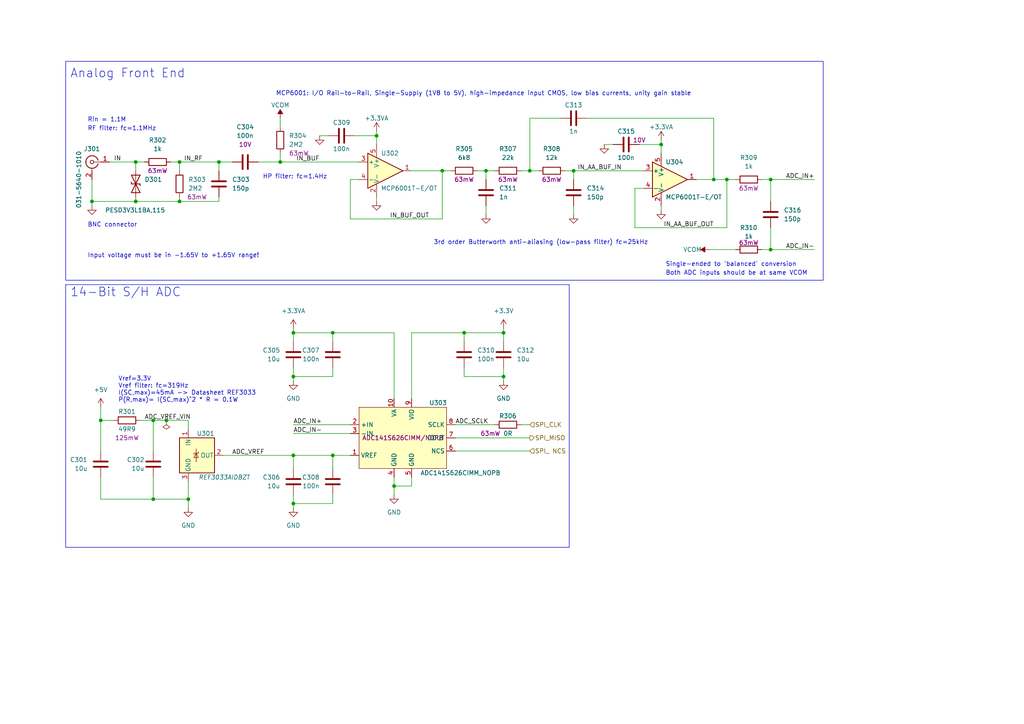
<source format=kicad_sch>
(kicad_sch (version 20230121) (generator eeschema)

  (uuid 259b7083-e1fc-4ec6-9bff-badedbfcac96)

  (paper "A4")

  (title_block
    (title "STM Audio Board")
    (date "2023-02-04")
    (rev "0.1")
    (company "LP")
  )

  (lib_symbols
    (symbol "Amplifier_Operational:MCP6001-OT" (pin_names (offset 0.127)) (in_bom yes) (on_board yes)
      (property "Reference" "U" (at -1.27 6.35 0)
        (effects (font (size 1.27 1.27)) (justify left))
      )
      (property "Value" "MCP6001-OT" (at -1.27 3.81 0)
        (effects (font (size 1.27 1.27)) (justify left))
      )
      (property "Footprint" "Package_TO_SOT_SMD:SOT-23-5" (at -2.54 -5.08 0)
        (effects (font (size 1.27 1.27)) (justify left) hide)
      )
      (property "Datasheet" "http://ww1.microchip.com/downloads/en/DeviceDoc/21733j.pdf" (at 0 5.08 0)
        (effects (font (size 1.27 1.27)) hide)
      )
      (property "ki_keywords" "single opamp" (at 0 0 0)
        (effects (font (size 1.27 1.27)) hide)
      )
      (property "ki_description" "1MHz, Low-Power Op Amp, SOT-23-5" (at 0 0 0)
        (effects (font (size 1.27 1.27)) hide)
      )
      (property "ki_fp_filters" "SOT?23*" (at 0 0 0)
        (effects (font (size 1.27 1.27)) hide)
      )
      (symbol "MCP6001-OT_0_1"
        (polyline
          (pts
            (xy -5.08 5.08)
            (xy 5.08 0)
            (xy -5.08 -5.08)
            (xy -5.08 5.08)
          )
          (stroke (width 0.254) (type default))
          (fill (type background))
        )
        (pin power_in line (at -2.54 -7.62 90) (length 3.81)
          (name "V-" (effects (font (size 1.27 1.27))))
          (number "2" (effects (font (size 1.27 1.27))))
        )
        (pin power_in line (at -2.54 7.62 270) (length 3.81)
          (name "V+" (effects (font (size 1.27 1.27))))
          (number "5" (effects (font (size 1.27 1.27))))
        )
      )
      (symbol "MCP6001-OT_1_1"
        (pin output line (at 7.62 0 180) (length 2.54)
          (name "~" (effects (font (size 1.27 1.27))))
          (number "1" (effects (font (size 1.27 1.27))))
        )
        (pin input line (at -7.62 2.54 0) (length 2.54)
          (name "+" (effects (font (size 1.27 1.27))))
          (number "3" (effects (font (size 1.27 1.27))))
        )
        (pin input line (at -7.62 -2.54 0) (length 2.54)
          (name "-" (effects (font (size 1.27 1.27))))
          (number "4" (effects (font (size 1.27 1.27))))
        )
      )
    )
    (symbol "Connector:Conn_Coaxial" (pin_names (offset 1.016) hide) (in_bom yes) (on_board yes)
      (property "Reference" "J" (at 0.254 3.048 0)
        (effects (font (size 1.27 1.27)))
      )
      (property "Value" "Conn_Coaxial" (at 2.921 0 90)
        (effects (font (size 1.27 1.27)))
      )
      (property "Footprint" "" (at 0 0 0)
        (effects (font (size 1.27 1.27)) hide)
      )
      (property "Datasheet" " ~" (at 0 0 0)
        (effects (font (size 1.27 1.27)) hide)
      )
      (property "ki_keywords" "BNC SMA SMB SMC LEMO coaxial connector CINCH RCA" (at 0 0 0)
        (effects (font (size 1.27 1.27)) hide)
      )
      (property "ki_description" "coaxial connector (BNC, SMA, SMB, SMC, Cinch/RCA, LEMO, ...)" (at 0 0 0)
        (effects (font (size 1.27 1.27)) hide)
      )
      (property "ki_fp_filters" "*BNC* *SMA* *SMB* *SMC* *Cinch* *LEMO*" (at 0 0 0)
        (effects (font (size 1.27 1.27)) hide)
      )
      (symbol "Conn_Coaxial_0_1"
        (arc (start -1.778 -0.508) (mid 0.2311 -1.8066) (end 1.778 0)
          (stroke (width 0.254) (type default))
          (fill (type none))
        )
        (polyline
          (pts
            (xy -2.54 0)
            (xy -0.508 0)
          )
          (stroke (width 0) (type default))
          (fill (type none))
        )
        (polyline
          (pts
            (xy 0 -2.54)
            (xy 0 -1.778)
          )
          (stroke (width 0) (type default))
          (fill (type none))
        )
        (circle (center 0 0) (radius 0.508)
          (stroke (width 0.2032) (type default))
          (fill (type none))
        )
        (arc (start 1.778 0) (mid 0.2099 1.8101) (end -1.778 0.508)
          (stroke (width 0.254) (type default))
          (fill (type none))
        )
      )
      (symbol "Conn_Coaxial_1_1"
        (pin passive line (at -5.08 0 0) (length 2.54)
          (name "In" (effects (font (size 1.27 1.27))))
          (number "1" (effects (font (size 1.27 1.27))))
        )
        (pin passive line (at 0 -5.08 90) (length 2.54)
          (name "Ext" (effects (font (size 1.27 1.27))))
          (number "2" (effects (font (size 1.27 1.27))))
        )
      )
    )
    (symbol "Device:C" (pin_numbers hide) (pin_names (offset 0.254)) (in_bom yes) (on_board yes)
      (property "Reference" "C" (at 0.635 2.54 0)
        (effects (font (size 1.27 1.27)) (justify left))
      )
      (property "Value" "C" (at 0.635 -2.54 0)
        (effects (font (size 1.27 1.27)) (justify left))
      )
      (property "Footprint" "" (at 0.9652 -3.81 0)
        (effects (font (size 1.27 1.27)) hide)
      )
      (property "Datasheet" "~" (at 0 0 0)
        (effects (font (size 1.27 1.27)) hide)
      )
      (property "ki_keywords" "cap capacitor" (at 0 0 0)
        (effects (font (size 1.27 1.27)) hide)
      )
      (property "ki_description" "Unpolarized capacitor" (at 0 0 0)
        (effects (font (size 1.27 1.27)) hide)
      )
      (property "ki_fp_filters" "C_*" (at 0 0 0)
        (effects (font (size 1.27 1.27)) hide)
      )
      (symbol "C_0_1"
        (polyline
          (pts
            (xy -2.032 -0.762)
            (xy 2.032 -0.762)
          )
          (stroke (width 0.508) (type default))
          (fill (type none))
        )
        (polyline
          (pts
            (xy -2.032 0.762)
            (xy 2.032 0.762)
          )
          (stroke (width 0.508) (type default))
          (fill (type none))
        )
      )
      (symbol "C_1_1"
        (pin passive line (at 0 3.81 270) (length 2.794)
          (name "~" (effects (font (size 1.27 1.27))))
          (number "1" (effects (font (size 1.27 1.27))))
        )
        (pin passive line (at 0 -3.81 90) (length 2.794)
          (name "~" (effects (font (size 1.27 1.27))))
          (number "2" (effects (font (size 1.27 1.27))))
        )
      )
    )
    (symbol "Device:D_TVS" (pin_numbers hide) (pin_names (offset 1.016) hide) (in_bom yes) (on_board yes)
      (property "Reference" "D" (at 0 2.54 0)
        (effects (font (size 1.27 1.27)))
      )
      (property "Value" "D_TVS" (at 0 -2.54 0)
        (effects (font (size 1.27 1.27)))
      )
      (property "Footprint" "" (at 0 0 0)
        (effects (font (size 1.27 1.27)) hide)
      )
      (property "Datasheet" "~" (at 0 0 0)
        (effects (font (size 1.27 1.27)) hide)
      )
      (property "ki_keywords" "diode TVS thyrector" (at 0 0 0)
        (effects (font (size 1.27 1.27)) hide)
      )
      (property "ki_description" "Bidirectional transient-voltage-suppression diode" (at 0 0 0)
        (effects (font (size 1.27 1.27)) hide)
      )
      (property "ki_fp_filters" "TO-???* *_Diode_* *SingleDiode* D_*" (at 0 0 0)
        (effects (font (size 1.27 1.27)) hide)
      )
      (symbol "D_TVS_0_1"
        (polyline
          (pts
            (xy 1.27 0)
            (xy -1.27 0)
          )
          (stroke (width 0) (type default))
          (fill (type none))
        )
        (polyline
          (pts
            (xy 0.508 1.27)
            (xy 0 1.27)
            (xy 0 -1.27)
            (xy -0.508 -1.27)
          )
          (stroke (width 0.254) (type default))
          (fill (type none))
        )
        (polyline
          (pts
            (xy -2.54 1.27)
            (xy -2.54 -1.27)
            (xy 2.54 1.27)
            (xy 2.54 -1.27)
            (xy -2.54 1.27)
          )
          (stroke (width 0.254) (type default))
          (fill (type none))
        )
      )
      (symbol "D_TVS_1_1"
        (pin passive line (at -3.81 0 0) (length 2.54)
          (name "A1" (effects (font (size 1.27 1.27))))
          (number "1" (effects (font (size 1.27 1.27))))
        )
        (pin passive line (at 3.81 0 180) (length 2.54)
          (name "A2" (effects (font (size 1.27 1.27))))
          (number "2" (effects (font (size 1.27 1.27))))
        )
      )
    )
    (symbol "Device:R" (pin_numbers hide) (pin_names (offset 0)) (in_bom yes) (on_board yes)
      (property "Reference" "R" (at 2.032 0 90)
        (effects (font (size 1.27 1.27)))
      )
      (property "Value" "R" (at 0 0 90)
        (effects (font (size 1.27 1.27)))
      )
      (property "Footprint" "" (at -1.778 0 90)
        (effects (font (size 1.27 1.27)) hide)
      )
      (property "Datasheet" "~" (at 0 0 0)
        (effects (font (size 1.27 1.27)) hide)
      )
      (property "ki_keywords" "R res resistor" (at 0 0 0)
        (effects (font (size 1.27 1.27)) hide)
      )
      (property "ki_description" "Resistor" (at 0 0 0)
        (effects (font (size 1.27 1.27)) hide)
      )
      (property "ki_fp_filters" "R_*" (at 0 0 0)
        (effects (font (size 1.27 1.27)) hide)
      )
      (symbol "R_0_1"
        (rectangle (start -1.016 -2.54) (end 1.016 2.54)
          (stroke (width 0.254) (type default))
          (fill (type none))
        )
      )
      (symbol "R_1_1"
        (pin passive line (at 0 3.81 270) (length 1.27)
          (name "~" (effects (font (size 1.27 1.27))))
          (number "1" (effects (font (size 1.27 1.27))))
        )
        (pin passive line (at 0 -3.81 90) (length 1.27)
          (name "~" (effects (font (size 1.27 1.27))))
          (number "2" (effects (font (size 1.27 1.27))))
        )
      )
    )
    (symbol "Reference_Voltage:REF3033" (pin_names (offset 0.254)) (in_bom yes) (on_board yes)
      (property "Reference" "U" (at 0 6.35 0)
        (effects (font (size 1.27 1.27)))
      )
      (property "Value" "REF3033" (at 2.54 -6.35 0)
        (effects (font (size 1.27 1.27) italic))
      )
      (property "Footprint" "Package_TO_SOT_SMD:SOT-23" (at 0 -11.43 0)
        (effects (font (size 1.27 1.27) italic) hide)
      )
      (property "Datasheet" "http://www.ti.com/lit/ds/symlink/ref3033.pdf" (at 2.54 -8.89 0)
        (effects (font (size 1.27 1.27) italic) hide)
      )
      (property "ki_keywords" "voltage reference" (at 0 0 0)
        (effects (font (size 1.27 1.27)) hide)
      )
      (property "ki_description" "3.3V 50-ppm/°C Max, 50-μA, CMOS Voltage Reference, SOT-23-3" (at 0 0 0)
        (effects (font (size 1.27 1.27)) hide)
      )
      (property "ki_fp_filters" "SOT?23*" (at 0 0 0)
        (effects (font (size 1.27 1.27)) hide)
      )
      (symbol "REF3033_0_1"
        (rectangle (start -5.08 5.08) (end 5.08 -5.08)
          (stroke (width 0.254) (type default))
          (fill (type background))
        )
        (polyline
          (pts
            (xy -0.254 1.905)
            (xy -0.254 -1.905)
          )
          (stroke (width 0) (type default))
          (fill (type none))
        )
        (polyline
          (pts
            (xy -0.889 -0.635)
            (xy 0.381 -0.635)
            (xy -0.254 0.635)
            (xy -0.889 -0.635)
          )
          (stroke (width 0) (type default))
          (fill (type none))
        )
        (polyline
          (pts
            (xy 0.381 1.016)
            (xy 0.381 0.635)
            (xy -0.889 0.635)
            (xy -0.889 0.254)
          )
          (stroke (width 0) (type default))
          (fill (type none))
        )
      )
      (symbol "REF3033_1_1"
        (pin power_in line (at -2.54 7.62 270) (length 2.54)
          (name "IN" (effects (font (size 1.27 1.27))))
          (number "1" (effects (font (size 1.27 1.27))))
        )
        (pin power_out line (at 7.62 0 180) (length 2.54)
          (name "OUT" (effects (font (size 1.27 1.27))))
          (number "2" (effects (font (size 1.27 1.27))))
        )
        (pin power_in line (at -2.54 -7.62 90) (length 2.54)
          (name "GND" (effects (font (size 1.27 1.27))))
          (number "3" (effects (font (size 1.27 1.27))))
        )
      )
    )
    (symbol "lzptr:ADC141S626" (in_bom yes) (on_board yes)
      (property "Reference" "U" (at 8.89 10.16 0)
        (effects (font (size 1.27 1.27)))
      )
      (property "Value" "ADC141S626" (at 10.16 -10.16 0)
        (effects (font (size 1.27 1.27)))
      )
      (property "Footprint" "" (at 0 -1.27 0)
        (effects (font (size 1.27 1.27)) hide)
      )
      (property "Datasheet" "" (at 0 -1.27 0)
        (effects (font (size 1.27 1.27)) hide)
      )
      (symbol "ADC141S626_0_0"
        (pin input line (at -15.24 -5.08 0) (length 2.54)
          (name "VREF" (effects (font (size 1.27 1.27))))
          (number "1" (effects (font (size 1.27 1.27))))
        )
        (pin power_in line (at -2.54 11.43 270) (length 2.54)
          (name "VA" (effects (font (size 1.27 1.27))))
          (number "10" (effects (font (size 1.27 1.27))))
        )
        (pin input line (at -15.24 3.81 0) (length 2.54)
          (name "+IN" (effects (font (size 1.27 1.27))))
          (number "2" (effects (font (size 1.27 1.27))))
        )
        (pin input line (at -15.24 1.27 0) (length 2.54)
          (name "-IN" (effects (font (size 1.27 1.27))))
          (number "3" (effects (font (size 1.27 1.27))))
        )
        (pin power_in line (at -2.54 -11.43 90) (length 2.54)
          (name "GND" (effects (font (size 1.27 1.27))))
          (number "4" (effects (font (size 1.27 1.27))))
        )
        (pin power_in line (at 2.54 -11.43 90) (length 2.54)
          (name "GND" (effects (font (size 1.27 1.27))))
          (number "5" (effects (font (size 1.27 1.27))))
        )
        (pin input line (at 15.24 -3.81 180) (length 2.54)
          (name "NCS" (effects (font (size 1.27 1.27))))
          (number "6" (effects (font (size 1.27 1.27))))
        )
        (pin output line (at 15.24 0 180) (length 2.54)
          (name "DOUT" (effects (font (size 1.27 1.27))))
          (number "7" (effects (font (size 1.27 1.27))))
        )
        (pin input line (at 15.24 3.81 180) (length 2.54)
          (name "SCLK" (effects (font (size 1.27 1.27))))
          (number "8" (effects (font (size 1.27 1.27))))
        )
        (pin power_in line (at 2.54 11.43 270) (length 2.54)
          (name "VIO" (effects (font (size 1.27 1.27))))
          (number "9" (effects (font (size 1.27 1.27))))
        )
      )
      (symbol "ADC141S626_0_1"
        (rectangle (start -12.7 8.89) (end 12.7 -8.89)
          (stroke (width 0) (type default))
          (fill (type background))
        )
      )
    )
    (symbol "power:+3.3V" (power) (pin_names (offset 0)) (in_bom yes) (on_board yes)
      (property "Reference" "#PWR" (at 0 -3.81 0)
        (effects (font (size 1.27 1.27)) hide)
      )
      (property "Value" "+3.3V" (at 0 3.556 0)
        (effects (font (size 1.27 1.27)))
      )
      (property "Footprint" "" (at 0 0 0)
        (effects (font (size 1.27 1.27)) hide)
      )
      (property "Datasheet" "" (at 0 0 0)
        (effects (font (size 1.27 1.27)) hide)
      )
      (property "ki_keywords" "global power" (at 0 0 0)
        (effects (font (size 1.27 1.27)) hide)
      )
      (property "ki_description" "Power symbol creates a global label with name \"+3.3V\"" (at 0 0 0)
        (effects (font (size 1.27 1.27)) hide)
      )
      (symbol "+3.3V_0_1"
        (polyline
          (pts
            (xy -0.762 1.27)
            (xy 0 2.54)
          )
          (stroke (width 0) (type default))
          (fill (type none))
        )
        (polyline
          (pts
            (xy 0 0)
            (xy 0 2.54)
          )
          (stroke (width 0) (type default))
          (fill (type none))
        )
        (polyline
          (pts
            (xy 0 2.54)
            (xy 0.762 1.27)
          )
          (stroke (width 0) (type default))
          (fill (type none))
        )
      )
      (symbol "+3.3V_1_1"
        (pin power_in line (at 0 0 90) (length 0) hide
          (name "+3.3V" (effects (font (size 1.27 1.27))))
          (number "1" (effects (font (size 1.27 1.27))))
        )
      )
    )
    (symbol "power:+3.3VA" (power) (pin_names (offset 0)) (in_bom yes) (on_board yes)
      (property "Reference" "#PWR" (at 0 -3.81 0)
        (effects (font (size 1.27 1.27)) hide)
      )
      (property "Value" "+3.3VA" (at 0 3.556 0)
        (effects (font (size 1.27 1.27)))
      )
      (property "Footprint" "" (at 0 0 0)
        (effects (font (size 1.27 1.27)) hide)
      )
      (property "Datasheet" "" (at 0 0 0)
        (effects (font (size 1.27 1.27)) hide)
      )
      (property "ki_keywords" "global power" (at 0 0 0)
        (effects (font (size 1.27 1.27)) hide)
      )
      (property "ki_description" "Power symbol creates a global label with name \"+3.3VA\"" (at 0 0 0)
        (effects (font (size 1.27 1.27)) hide)
      )
      (symbol "+3.3VA_0_1"
        (polyline
          (pts
            (xy -0.762 1.27)
            (xy 0 2.54)
          )
          (stroke (width 0) (type default))
          (fill (type none))
        )
        (polyline
          (pts
            (xy 0 0)
            (xy 0 2.54)
          )
          (stroke (width 0) (type default))
          (fill (type none))
        )
        (polyline
          (pts
            (xy 0 2.54)
            (xy 0.762 1.27)
          )
          (stroke (width 0) (type default))
          (fill (type none))
        )
      )
      (symbol "+3.3VA_1_1"
        (pin power_in line (at 0 0 90) (length 0) hide
          (name "+3.3VA" (effects (font (size 1.27 1.27))))
          (number "1" (effects (font (size 1.27 1.27))))
        )
      )
    )
    (symbol "power:+5V" (power) (pin_names (offset 0)) (in_bom yes) (on_board yes)
      (property "Reference" "#PWR" (at 0 -3.81 0)
        (effects (font (size 1.27 1.27)) hide)
      )
      (property "Value" "+5V" (at 0 3.556 0)
        (effects (font (size 1.27 1.27)))
      )
      (property "Footprint" "" (at 0 0 0)
        (effects (font (size 1.27 1.27)) hide)
      )
      (property "Datasheet" "" (at 0 0 0)
        (effects (font (size 1.27 1.27)) hide)
      )
      (property "ki_keywords" "global power" (at 0 0 0)
        (effects (font (size 1.27 1.27)) hide)
      )
      (property "ki_description" "Power symbol creates a global label with name \"+5V\"" (at 0 0 0)
        (effects (font (size 1.27 1.27)) hide)
      )
      (symbol "+5V_0_1"
        (polyline
          (pts
            (xy -0.762 1.27)
            (xy 0 2.54)
          )
          (stroke (width 0) (type default))
          (fill (type none))
        )
        (polyline
          (pts
            (xy 0 0)
            (xy 0 2.54)
          )
          (stroke (width 0) (type default))
          (fill (type none))
        )
        (polyline
          (pts
            (xy 0 2.54)
            (xy 0.762 1.27)
          )
          (stroke (width 0) (type default))
          (fill (type none))
        )
      )
      (symbol "+5V_1_1"
        (pin power_in line (at 0 0 90) (length 0) hide
          (name "+5V" (effects (font (size 1.27 1.27))))
          (number "1" (effects (font (size 1.27 1.27))))
        )
      )
    )
    (symbol "power:GND" (power) (pin_names (offset 0)) (in_bom yes) (on_board yes)
      (property "Reference" "#PWR" (at 0 -6.35 0)
        (effects (font (size 1.27 1.27)) hide)
      )
      (property "Value" "GND" (at 0 -3.81 0)
        (effects (font (size 1.27 1.27)))
      )
      (property "Footprint" "" (at 0 0 0)
        (effects (font (size 1.27 1.27)) hide)
      )
      (property "Datasheet" "" (at 0 0 0)
        (effects (font (size 1.27 1.27)) hide)
      )
      (property "ki_keywords" "global power" (at 0 0 0)
        (effects (font (size 1.27 1.27)) hide)
      )
      (property "ki_description" "Power symbol creates a global label with name \"GND\" , ground" (at 0 0 0)
        (effects (font (size 1.27 1.27)) hide)
      )
      (symbol "GND_0_1"
        (polyline
          (pts
            (xy 0 0)
            (xy 0 -1.27)
            (xy 1.27 -1.27)
            (xy 0 -2.54)
            (xy -1.27 -1.27)
            (xy 0 -1.27)
          )
          (stroke (width 0) (type default))
          (fill (type none))
        )
      )
      (symbol "GND_1_1"
        (pin power_in line (at 0 0 270) (length 0) hide
          (name "GND" (effects (font (size 1.27 1.27))))
          (number "1" (effects (font (size 1.27 1.27))))
        )
      )
    )
    (symbol "power:PWR_FLAG" (power) (pin_numbers hide) (pin_names (offset 0) hide) (in_bom yes) (on_board yes)
      (property "Reference" "#FLG" (at 0 1.905 0)
        (effects (font (size 1.27 1.27)) hide)
      )
      (property "Value" "PWR_FLAG" (at 0 3.81 0)
        (effects (font (size 1.27 1.27)))
      )
      (property "Footprint" "" (at 0 0 0)
        (effects (font (size 1.27 1.27)) hide)
      )
      (property "Datasheet" "~" (at 0 0 0)
        (effects (font (size 1.27 1.27)) hide)
      )
      (property "ki_keywords" "flag power" (at 0 0 0)
        (effects (font (size 1.27 1.27)) hide)
      )
      (property "ki_description" "Special symbol for telling ERC where power comes from" (at 0 0 0)
        (effects (font (size 1.27 1.27)) hide)
      )
      (symbol "PWR_FLAG_0_0"
        (pin power_out line (at 0 0 90) (length 0)
          (name "pwr" (effects (font (size 1.27 1.27))))
          (number "1" (effects (font (size 1.27 1.27))))
        )
      )
      (symbol "PWR_FLAG_0_1"
        (polyline
          (pts
            (xy 0 0)
            (xy 0 1.27)
            (xy -1.016 1.905)
            (xy 0 2.54)
            (xy 1.016 1.905)
            (xy 0 1.27)
          )
          (stroke (width 0) (type default))
          (fill (type none))
        )
      )
    )
    (symbol "power:VCOM" (power) (pin_names (offset 0)) (in_bom yes) (on_board yes)
      (property "Reference" "#PWR" (at 0 -3.81 0)
        (effects (font (size 1.27 1.27)) hide)
      )
      (property "Value" "VCOM" (at 0 3.81 0)
        (effects (font (size 1.27 1.27)))
      )
      (property "Footprint" "" (at 0 0 0)
        (effects (font (size 1.27 1.27)) hide)
      )
      (property "Datasheet" "" (at 0 0 0)
        (effects (font (size 1.27 1.27)) hide)
      )
      (property "ki_keywords" "global power" (at 0 0 0)
        (effects (font (size 1.27 1.27)) hide)
      )
      (property "ki_description" "Power symbol creates a global label with name \"VCOM\"" (at 0 0 0)
        (effects (font (size 1.27 1.27)) hide)
      )
      (symbol "VCOM_0_1"
        (polyline
          (pts
            (xy 0 0)
            (xy 0 2.54)
          )
          (stroke (width 0) (type default))
          (fill (type none))
        )
        (polyline
          (pts
            (xy 0.762 1.27)
            (xy -0.762 1.27)
            (xy 0 2.54)
            (xy 0.762 1.27)
          )
          (stroke (width 0) (type default))
          (fill (type outline))
        )
      )
      (symbol "VCOM_1_1"
        (pin power_in line (at 0 0 90) (length 0) hide
          (name "VCOM" (effects (font (size 1.27 1.27))))
          (number "1" (effects (font (size 1.27 1.27))))
        )
      )
    )
  )

  (junction (at 146.05 109.22) (diameter 0) (color 0 0 0 0)
    (uuid 0a221691-2092-47aa-96d9-62f3d8df28ed)
  )
  (junction (at 29.21 121.92) (diameter 0) (color 0 0 0 0)
    (uuid 0dd5d9e3-99ff-4905-857a-2d7b8f5d6870)
  )
  (junction (at 44.45 121.92) (diameter 0) (color 0 0 0 0)
    (uuid 0e4fbdc9-6058-4772-bc3a-349eb23475d1)
  )
  (junction (at 109.22 39.37) (diameter 0) (color 0 0 0 0)
    (uuid 2b0e9cdb-2762-48ae-8df5-b1fd1507ff3f)
  )
  (junction (at 39.37 46.99) (diameter 0) (color 0 0 0 0)
    (uuid 2d91fb7d-bc8c-4601-9a20-7713d2ea07c7)
  )
  (junction (at 63.5 46.99) (diameter 0) (color 0 0 0 0)
    (uuid 315d4e1a-b2ba-4b1e-b343-06bc66fdde3f)
  )
  (junction (at 210.82 52.07) (diameter 0) (color 0 0 0 0)
    (uuid 3f43f8e3-c3c0-4e7d-830d-03df84e19e53)
  )
  (junction (at 52.07 58.42) (diameter 0) (color 0 0 0 0)
    (uuid 406aaec7-46d3-4bbc-b5bd-154b6503a5f3)
  )
  (junction (at 52.07 46.99) (diameter 0) (color 0 0 0 0)
    (uuid 41efca47-49b4-44be-993e-5abda42c3aae)
  )
  (junction (at 153.67 49.53) (diameter 0) (color 0 0 0 0)
    (uuid 4579875d-184b-45a8-b7c5-6b7af323b74e)
  )
  (junction (at 26.67 58.42) (diameter 0) (color 0 0 0 0)
    (uuid 4659682a-44c8-4c69-b73d-c77f49a06380)
  )
  (junction (at 134.62 96.52) (diameter 0) (color 0 0 0 0)
    (uuid 4aeaa82b-0874-4796-a5a8-09840e3fe0e3)
  )
  (junction (at 54.61 144.78) (diameter 0) (color 0 0 0 0)
    (uuid 57bbfad3-91cd-44a5-83c9-3ea32ecb33bd)
  )
  (junction (at 39.37 58.42) (diameter 0) (color 0 0 0 0)
    (uuid 5c21108a-2a60-4321-9afd-3bdb2d7089fc)
  )
  (junction (at 96.52 132.08) (diameter 0) (color 0 0 0 0)
    (uuid 90996f09-293b-4a58-bd9b-ec60c4e8293d)
  )
  (junction (at 96.52 96.52) (diameter 0) (color 0 0 0 0)
    (uuid 971303e0-b8e7-4284-bb8b-19f12c4dd0f6)
  )
  (junction (at 207.01 52.07) (diameter 0) (color 0 0 0 0)
    (uuid a09a0414-f0eb-4f70-9f9f-c6d2eced9a0b)
  )
  (junction (at 85.09 109.22) (diameter 0) (color 0 0 0 0)
    (uuid a19e11aa-5a02-4256-810f-e97dd00577ce)
  )
  (junction (at 44.45 144.78) (diameter 0) (color 0 0 0 0)
    (uuid aad290aa-b1d3-43ca-94cd-1e93b3b774ed)
  )
  (junction (at 223.52 52.07) (diameter 0) (color 0 0 0 0)
    (uuid bb2c4533-94f3-417d-b9fb-171b0a1265b5)
  )
  (junction (at 85.09 146.05) (diameter 0) (color 0 0 0 0)
    (uuid bf6e59ae-a73f-4938-8d41-e2d1f5f99098)
  )
  (junction (at 191.77 41.91) (diameter 0) (color 0 0 0 0)
    (uuid c10e937e-5b3f-432d-ab09-018cdbf2438f)
  )
  (junction (at 48.26 121.92) (diameter 0) (color 0 0 0 0)
    (uuid cab34fb0-6681-4218-95b2-38d2f751cd86)
  )
  (junction (at 81.28 46.99) (diameter 0) (color 0 0 0 0)
    (uuid d449ab3c-2973-4969-ab74-465ae6ef2378)
  )
  (junction (at 114.3 140.97) (diameter 0) (color 0 0 0 0)
    (uuid d831d175-4c21-42f9-b884-7f2115f607c2)
  )
  (junction (at 166.37 49.53) (diameter 0) (color 0 0 0 0)
    (uuid d95691a9-098a-4daf-aa74-9841297d1edb)
  )
  (junction (at 85.09 132.08) (diameter 0) (color 0 0 0 0)
    (uuid df559e65-045e-44b7-995d-511d34dd1c96)
  )
  (junction (at 128.27 49.53) (diameter 0) (color 0 0 0 0)
    (uuid e017feba-f882-44c7-aeb8-dd279a914391)
  )
  (junction (at 146.05 96.52) (diameter 0) (color 0 0 0 0)
    (uuid f622affd-4203-4323-9ac1-308b1a8d801f)
  )
  (junction (at 85.09 96.52) (diameter 0) (color 0 0 0 0)
    (uuid f7e8f01a-2876-4c0b-80e9-57d4954b30a7)
  )
  (junction (at 223.52 72.39) (diameter 0) (color 0 0 0 0)
    (uuid f96aa806-f117-4dbc-b4f1-2b0145f3d661)
  )
  (junction (at 140.97 49.53) (diameter 0) (color 0 0 0 0)
    (uuid faaf93c7-247c-4341-a0e8-039f3acfdab4)
  )

  (wire (pts (xy 96.52 106.68) (xy 96.52 109.22))
    (stroke (width 0) (type default))
    (uuid 01ee2d86-eaa7-4b87-a376-a3563237fedc)
  )
  (wire (pts (xy 74.93 46.99) (xy 81.28 46.99))
    (stroke (width 0) (type default))
    (uuid 01f716ab-6830-4af4-a5f4-d8d6ca9e924d)
  )
  (wire (pts (xy 166.37 59.69) (xy 166.37 62.23))
    (stroke (width 0) (type default))
    (uuid 05b0d214-ba12-4f1c-8028-a18e85ef6031)
  )
  (wire (pts (xy 205.74 72.39) (xy 213.36 72.39))
    (stroke (width 0) (type default))
    (uuid 0794d40e-b797-4504-9806-3b0f8be8d1c6)
  )
  (wire (pts (xy 52.07 46.99) (xy 63.5 46.99))
    (stroke (width 0) (type default))
    (uuid 07bbc896-62d3-4565-8d09-723a0b3627ad)
  )
  (wire (pts (xy 114.3 140.97) (xy 119.38 140.97))
    (stroke (width 0) (type default))
    (uuid 095e6ff8-78cb-4427-a87f-e405f6fd2ac0)
  )
  (wire (pts (xy 29.21 118.11) (xy 29.21 121.92))
    (stroke (width 0) (type default))
    (uuid 0b00c4dc-794d-43cc-a9c9-f01c1d2e1af6)
  )
  (wire (pts (xy 44.45 121.92) (xy 44.45 130.81))
    (stroke (width 0) (type default))
    (uuid 0d268d04-ded8-489f-9f7a-acb90ff2e18e)
  )
  (wire (pts (xy 85.09 106.68) (xy 85.09 109.22))
    (stroke (width 0) (type default))
    (uuid 0eb84035-6eec-4915-80e7-5ff047d80366)
  )
  (wire (pts (xy 52.07 46.99) (xy 49.53 46.99))
    (stroke (width 0) (type default))
    (uuid 0f676d43-89da-4e4d-93eb-8ba19a5f338d)
  )
  (wire (pts (xy 207.01 52.07) (xy 201.93 52.07))
    (stroke (width 0) (type default))
    (uuid 111a608e-6d81-4702-aef3-08b6d982a97e)
  )
  (wire (pts (xy 96.52 96.52) (xy 114.3 96.52))
    (stroke (width 0) (type default))
    (uuid 146a7d30-9ed7-4f99-8c22-c189ed71b8fb)
  )
  (wire (pts (xy 153.67 49.53) (xy 153.67 34.29))
    (stroke (width 0) (type default))
    (uuid 1817fb71-fa35-4ad0-82da-daae074d60c9)
  )
  (wire (pts (xy 153.67 34.29) (xy 162.56 34.29))
    (stroke (width 0) (type default))
    (uuid 19de3fb6-4a3e-4953-b103-90bfc049c582)
  )
  (wire (pts (xy 109.22 39.37) (xy 109.22 38.1))
    (stroke (width 0) (type default))
    (uuid 1f326754-eb7f-473a-ad89-ba63772de4ab)
  )
  (polyline (pts (xy 19.05 82.55) (xy 19.05 158.75))
    (stroke (width 0) (type default))
    (uuid 240260c8-1996-46d1-83c3-d78ce5353570)
  )

  (wire (pts (xy 85.09 132.08) (xy 85.09 135.89))
    (stroke (width 0) (type default))
    (uuid 24a12373-3696-404b-8ae9-df6635781f7f)
  )
  (wire (pts (xy 134.62 106.68) (xy 134.62 109.22))
    (stroke (width 0) (type default))
    (uuid 25d6d6a1-0890-4eda-aaba-7a52a6f84f09)
  )
  (wire (pts (xy 81.28 46.99) (xy 81.28 44.45))
    (stroke (width 0) (type default))
    (uuid 2b6109ac-1b99-467e-a32e-b512d4f1eaf9)
  )
  (wire (pts (xy 54.61 121.92) (xy 48.26 121.92))
    (stroke (width 0) (type default))
    (uuid 2c7a3cc7-3db5-4bc3-89e4-056365322fe4)
  )
  (wire (pts (xy 96.52 132.08) (xy 101.6 132.08))
    (stroke (width 0) (type default))
    (uuid 2ddb8d2b-2e5b-4383-af56-92790eee3d32)
  )
  (wire (pts (xy 213.36 52.07) (xy 210.82 52.07))
    (stroke (width 0) (type default))
    (uuid 317d6cdb-da09-4122-929b-7a8bd6adab9d)
  )
  (wire (pts (xy 39.37 49.53) (xy 39.37 46.99))
    (stroke (width 0) (type default))
    (uuid 325d875c-240c-4e6e-8a21-341a078a88e6)
  )
  (wire (pts (xy 191.77 41.91) (xy 191.77 44.45))
    (stroke (width 0) (type default))
    (uuid 33c7df1f-c77c-4c91-8455-6587bd4c5fa7)
  )
  (wire (pts (xy 132.08 127) (xy 153.67 127))
    (stroke (width 0) (type default))
    (uuid 3bf23994-0928-4430-b8f8-29f7a98e74fa)
  )
  (wire (pts (xy 130.81 49.53) (xy 128.27 49.53))
    (stroke (width 0) (type default))
    (uuid 3f7831f8-0ad3-4b05-aa9c-2e251eb4e83d)
  )
  (wire (pts (xy 223.52 58.42) (xy 223.52 52.07))
    (stroke (width 0) (type default))
    (uuid 425ba9d8-d226-4d47-80e3-5ec604424478)
  )
  (wire (pts (xy 134.62 109.22) (xy 146.05 109.22))
    (stroke (width 0) (type default))
    (uuid 42feb6f3-1610-4f33-8d6f-0bce8b86ceb7)
  )
  (wire (pts (xy 85.09 132.08) (xy 96.52 132.08))
    (stroke (width 0) (type default))
    (uuid 433a51f3-458e-491b-9dab-11ea278e1ead)
  )
  (wire (pts (xy 33.02 121.92) (xy 29.21 121.92))
    (stroke (width 0) (type default))
    (uuid 439575fa-3d86-4a51-9d4d-68bd313cccd5)
  )
  (wire (pts (xy 54.61 144.78) (xy 54.61 147.32))
    (stroke (width 0) (type default))
    (uuid 43aa82dd-df1a-48b4-bad1-7dedd7ce52c8)
  )
  (wire (pts (xy 146.05 95.25) (xy 146.05 96.52))
    (stroke (width 0) (type default))
    (uuid 45e61171-5e25-4a0c-bbf8-d00983248320)
  )
  (wire (pts (xy 186.69 49.53) (xy 166.37 49.53))
    (stroke (width 0) (type default))
    (uuid 468adc0b-f9b3-4084-88da-63d24c0d80b8)
  )
  (wire (pts (xy 119.38 96.52) (xy 119.38 115.57))
    (stroke (width 0) (type default))
    (uuid 488bf4c7-a73b-4b13-b0c0-30bdada9152f)
  )
  (wire (pts (xy 134.62 99.06) (xy 134.62 96.52))
    (stroke (width 0) (type default))
    (uuid 4ef3097b-5820-4db2-875a-83d123073a98)
  )
  (wire (pts (xy 29.21 138.43) (xy 29.21 144.78))
    (stroke (width 0) (type default))
    (uuid 5319f2e2-cd0b-4a59-873d-490a457801ac)
  )
  (wire (pts (xy 119.38 138.43) (xy 119.38 140.97))
    (stroke (width 0) (type default))
    (uuid 5720bce5-a9da-47a5-a2a7-8cfbdad0922c)
  )
  (polyline (pts (xy 19.05 81.28) (xy 19.05 17.78))
    (stroke (width 0) (type default))
    (uuid 581cfd43-5883-4502-82f4-55f1793861dc)
  )

  (wire (pts (xy 48.26 121.92) (xy 44.45 121.92))
    (stroke (width 0) (type default))
    (uuid 59d18831-3e81-4e50-913f-cb5e3bc72601)
  )
  (wire (pts (xy 236.22 52.07) (xy 223.52 52.07))
    (stroke (width 0) (type default))
    (uuid 5c04c2be-394a-4438-9d27-eaaa470353c0)
  )
  (wire (pts (xy 184.15 66.04) (xy 210.82 66.04))
    (stroke (width 0) (type default))
    (uuid 5c376b48-cdbf-45f4-850e-1efedb28d0b6)
  )
  (polyline (pts (xy 19.05 158.75) (xy 165.1 158.75))
    (stroke (width 0) (type default))
    (uuid 5cc0d20e-3ddf-45a3-9811-e577f698f778)
  )

  (wire (pts (xy 96.52 146.05) (xy 85.09 146.05))
    (stroke (width 0) (type default))
    (uuid 6024d568-8f38-4155-abe4-6800298609c1)
  )
  (wire (pts (xy 92.71 39.37) (xy 95.25 39.37))
    (stroke (width 0) (type default))
    (uuid 62894097-f4fe-445f-a838-08daf59d82cf)
  )
  (wire (pts (xy 134.62 96.52) (xy 146.05 96.52))
    (stroke (width 0) (type default))
    (uuid 64007ec6-5111-4ffd-8c5b-1d96d2116aeb)
  )
  (wire (pts (xy 26.67 59.69) (xy 26.67 58.42))
    (stroke (width 0) (type default))
    (uuid 6a2705be-04be-4811-9c24-d1ba61015d12)
  )
  (wire (pts (xy 101.6 63.5) (xy 128.27 63.5))
    (stroke (width 0) (type default))
    (uuid 6a945093-8139-4c32-9930-a8435a3e4c5f)
  )
  (wire (pts (xy 101.6 52.07) (xy 101.6 63.5))
    (stroke (width 0) (type default))
    (uuid 6b8c7ce8-76ee-47d5-b0bd-ad4f6d8809ac)
  )
  (wire (pts (xy 52.07 58.42) (xy 63.5 58.42))
    (stroke (width 0) (type default))
    (uuid 6bb3ab2f-ff2c-499e-9561-6a53c64c925d)
  )
  (wire (pts (xy 29.21 144.78) (xy 44.45 144.78))
    (stroke (width 0) (type default))
    (uuid 6c1db425-501d-49b3-aa7c-86fc844dc461)
  )
  (wire (pts (xy 191.77 41.91) (xy 191.77 40.64))
    (stroke (width 0) (type default))
    (uuid 717e5dc0-6e72-468d-bfff-1670bcac6aba)
  )
  (wire (pts (xy 223.52 72.39) (xy 220.98 72.39))
    (stroke (width 0) (type default))
    (uuid 745ecd86-c8d1-41f0-bf07-b41d2b04cc40)
  )
  (wire (pts (xy 39.37 46.99) (xy 41.91 46.99))
    (stroke (width 0) (type default))
    (uuid 78a18802-9c29-48dd-a3a7-09299003ea49)
  )
  (wire (pts (xy 29.21 121.92) (xy 29.21 130.81))
    (stroke (width 0) (type default))
    (uuid 7c96c010-2b97-4b5b-a993-af7384343d05)
  )
  (wire (pts (xy 166.37 49.53) (xy 163.83 49.53))
    (stroke (width 0) (type default))
    (uuid 7d247d45-9bf8-4fcf-b181-5d03148c7d3f)
  )
  (wire (pts (xy 223.52 66.04) (xy 223.52 72.39))
    (stroke (width 0) (type default))
    (uuid 7da5f5d7-51b5-4a5c-8bab-461818e2a89d)
  )
  (wire (pts (xy 140.97 52.07) (xy 140.97 49.53))
    (stroke (width 0) (type default))
    (uuid 7f0084ca-bda1-4d85-8a78-6eb622505850)
  )
  (wire (pts (xy 67.31 46.99) (xy 63.5 46.99))
    (stroke (width 0) (type default))
    (uuid 80fd1613-236a-4027-b2a7-6e4ebe42198d)
  )
  (wire (pts (xy 63.5 58.42) (xy 63.5 57.15))
    (stroke (width 0) (type default))
    (uuid 8480b690-cc3d-4ec5-b54e-40125c1dac41)
  )
  (wire (pts (xy 186.69 54.61) (xy 184.15 54.61))
    (stroke (width 0) (type default))
    (uuid 89b26c2c-0762-4e28-aba7-de4bbdb1a90a)
  )
  (wire (pts (xy 52.07 58.42) (xy 52.07 57.15))
    (stroke (width 0) (type default))
    (uuid 8a633d2a-5893-476f-80d9-ef0dd79c7321)
  )
  (wire (pts (xy 26.67 58.42) (xy 26.67 52.07))
    (stroke (width 0) (type default))
    (uuid 8e0d81eb-572a-4c3a-b946-49631b8b3cc8)
  )
  (wire (pts (xy 143.51 49.53) (xy 140.97 49.53))
    (stroke (width 0) (type default))
    (uuid 8f478bb8-f248-452d-97a8-5c4644d592fa)
  )
  (wire (pts (xy 96.52 132.08) (xy 96.52 135.89))
    (stroke (width 0) (type default))
    (uuid 90af3475-60cd-4592-a54c-eb146334ab61)
  )
  (wire (pts (xy 207.01 34.29) (xy 207.01 52.07))
    (stroke (width 0) (type default))
    (uuid 9b5b5d3d-34bb-4a52-9121-4b1b966fef5e)
  )
  (polyline (pts (xy 238.76 81.28) (xy 19.05 81.28))
    (stroke (width 0) (type default))
    (uuid 9c7a2026-28ad-4116-b1cd-b0946b26b69b)
  )

  (wire (pts (xy 63.5 49.53) (xy 63.5 46.99))
    (stroke (width 0) (type default))
    (uuid 9ca7cc7c-b24d-4d10-8fc2-3ca0e962eea8)
  )
  (wire (pts (xy 191.77 60.96) (xy 191.77 59.69))
    (stroke (width 0) (type default))
    (uuid 9def3a99-c14a-4663-80a3-e8be8c9e60ac)
  )
  (wire (pts (xy 31.75 46.99) (xy 39.37 46.99))
    (stroke (width 0) (type default))
    (uuid 9f7dbd54-cdf5-4fb0-af6d-30ac81fd19fb)
  )
  (wire (pts (xy 104.14 52.07) (xy 101.6 52.07))
    (stroke (width 0) (type default))
    (uuid a0b9dbf1-022a-4077-820a-b02814fa378a)
  )
  (wire (pts (xy 81.28 46.99) (xy 104.14 46.99))
    (stroke (width 0) (type default))
    (uuid a1345988-3ef2-43f8-8ed3-ea6d1b9c9c87)
  )
  (wire (pts (xy 39.37 58.42) (xy 26.67 58.42))
    (stroke (width 0) (type default))
    (uuid a46dfe63-6940-4b7b-b615-ab238ddeedf4)
  )
  (wire (pts (xy 54.61 139.7) (xy 54.61 144.78))
    (stroke (width 0) (type default))
    (uuid aa1a972d-090b-4896-8995-79d36dd3a5c9)
  )
  (wire (pts (xy 96.52 109.22) (xy 85.09 109.22))
    (stroke (width 0) (type default))
    (uuid aa1cf1d9-24cd-4636-9088-49e3727cf0a1)
  )
  (wire (pts (xy 52.07 49.53) (xy 52.07 46.99))
    (stroke (width 0) (type default))
    (uuid ace67613-5d89-41cc-9ea8-fd2fcc6f6b67)
  )
  (wire (pts (xy 184.15 54.61) (xy 184.15 66.04))
    (stroke (width 0) (type default))
    (uuid ae35afb7-657c-4a91-af43-c1cd327d6571)
  )
  (polyline (pts (xy 238.76 17.78) (xy 238.76 81.28))
    (stroke (width 0) (type default))
    (uuid ae65e600-8878-4ae4-8689-c6daec46db9f)
  )

  (wire (pts (xy 109.22 58.42) (xy 109.22 57.15))
    (stroke (width 0) (type default))
    (uuid b124a9c1-ad8c-4a32-9087-747f6e5d6011)
  )
  (wire (pts (xy 151.13 123.19) (xy 153.67 123.19))
    (stroke (width 0) (type default))
    (uuid b2bb1f7c-79a7-4b55-b414-47120436d618)
  )
  (wire (pts (xy 140.97 49.53) (xy 138.43 49.53))
    (stroke (width 0) (type default))
    (uuid b5b6cd69-0ad8-4eba-a5cc-13de6b1066b3)
  )
  (wire (pts (xy 119.38 96.52) (xy 134.62 96.52))
    (stroke (width 0) (type default))
    (uuid b80f7bc8-4d4a-422f-a271-4a985dfdcdde)
  )
  (wire (pts (xy 185.42 41.91) (xy 191.77 41.91))
    (stroke (width 0) (type default))
    (uuid bb8b0864-2aff-4051-bb2e-92c6ae770499)
  )
  (wire (pts (xy 146.05 106.68) (xy 146.05 109.22))
    (stroke (width 0) (type default))
    (uuid bbafd759-ea18-4fcd-af72-170ee4997991)
  )
  (wire (pts (xy 132.08 123.19) (xy 143.51 123.19))
    (stroke (width 0) (type default))
    (uuid bed5c778-5ee1-4aaf-883b-9d347f50178b)
  )
  (wire (pts (xy 166.37 52.07) (xy 166.37 49.53))
    (stroke (width 0) (type default))
    (uuid bf5fcdde-b66c-4fa2-b786-ca0428b70d98)
  )
  (wire (pts (xy 153.67 49.53) (xy 151.13 49.53))
    (stroke (width 0) (type default))
    (uuid c47a8aee-338f-4566-b0ca-4056161d9ec2)
  )
  (wire (pts (xy 114.3 140.97) (xy 114.3 143.51))
    (stroke (width 0) (type default))
    (uuid c6b967e1-eada-4ddb-bb04-ecb3a94807a3)
  )
  (polyline (pts (xy 19.05 82.55) (xy 165.1 82.55))
    (stroke (width 0) (type default))
    (uuid c713e153-38f8-42a0-956b-4cc441c12990)
  )

  (wire (pts (xy 96.52 143.51) (xy 96.52 146.05))
    (stroke (width 0) (type default))
    (uuid c73cba5f-3d11-411e-a1f4-90a230e7d78d)
  )
  (wire (pts (xy 85.09 123.19) (xy 101.6 123.19))
    (stroke (width 0) (type default))
    (uuid c7c8cc8a-96fc-4514-8cf2-718de787c978)
  )
  (wire (pts (xy 128.27 49.53) (xy 119.38 49.53))
    (stroke (width 0) (type default))
    (uuid c88b718b-becb-4a2a-ac71-32bd775a89eb)
  )
  (wire (pts (xy 236.22 72.39) (xy 223.52 72.39))
    (stroke (width 0) (type default))
    (uuid c90a1229-458e-4dbd-985d-852d578fe158)
  )
  (wire (pts (xy 140.97 59.69) (xy 140.97 62.23))
    (stroke (width 0) (type default))
    (uuid c956684a-4714-480a-8f0a-5cca40b6956a)
  )
  (wire (pts (xy 81.28 34.29) (xy 81.28 36.83))
    (stroke (width 0) (type default))
    (uuid c986c596-37fd-44c7-a460-97063796b204)
  )
  (wire (pts (xy 175.26 41.91) (xy 177.8 41.91))
    (stroke (width 0) (type default))
    (uuid cc16344f-4dec-442b-b91f-9a01d54c6582)
  )
  (wire (pts (xy 132.08 130.81) (xy 153.67 130.81))
    (stroke (width 0) (type default))
    (uuid cfa891b8-803b-4bd6-b544-26bf2618708e)
  )
  (wire (pts (xy 85.09 109.22) (xy 85.09 110.49))
    (stroke (width 0) (type default))
    (uuid cfc77b76-734f-4dc2-b48f-35218b4a8615)
  )
  (wire (pts (xy 85.09 95.25) (xy 85.09 96.52))
    (stroke (width 0) (type default))
    (uuid d0251abd-d338-4958-9dc5-16389b942528)
  )
  (wire (pts (xy 96.52 96.52) (xy 85.09 96.52))
    (stroke (width 0) (type default))
    (uuid d0b67950-a17f-4fe2-8698-1a2c797b0e49)
  )
  (wire (pts (xy 44.45 138.43) (xy 44.45 144.78))
    (stroke (width 0) (type default))
    (uuid d2174af0-f6ec-489d-a79f-e1ac922bcf80)
  )
  (wire (pts (xy 64.77 132.08) (xy 85.09 132.08))
    (stroke (width 0) (type default))
    (uuid d4e1bf63-ba45-4cf3-bb13-11066b882e93)
  )
  (wire (pts (xy 102.87 39.37) (xy 109.22 39.37))
    (stroke (width 0) (type default))
    (uuid d5c5984e-32d5-45a1-9e32-623f93f1ad8b)
  )
  (wire (pts (xy 54.61 124.46) (xy 54.61 121.92))
    (stroke (width 0) (type default))
    (uuid d86776cc-04c1-4452-a01f-7353363575e5)
  )
  (wire (pts (xy 210.82 66.04) (xy 210.82 52.07))
    (stroke (width 0) (type default))
    (uuid d9708b93-bdcf-4740-96b4-85047ca38dad)
  )
  (wire (pts (xy 114.3 138.43) (xy 114.3 140.97))
    (stroke (width 0) (type default))
    (uuid dcd6e733-dd6e-4845-a360-a95f8889fdf4)
  )
  (wire (pts (xy 146.05 109.22) (xy 146.05 110.49))
    (stroke (width 0) (type default))
    (uuid dd02e68e-652f-4f9b-b6df-257720e00374)
  )
  (wire (pts (xy 114.3 96.52) (xy 114.3 115.57))
    (stroke (width 0) (type default))
    (uuid e00293fb-856f-4594-adb5-fc933c55d78d)
  )
  (wire (pts (xy 85.09 125.73) (xy 101.6 125.73))
    (stroke (width 0) (type default))
    (uuid e1237bc7-86cd-4138-9b06-0723dd933046)
  )
  (wire (pts (xy 85.09 146.05) (xy 85.09 147.32))
    (stroke (width 0) (type default))
    (uuid e2d32a94-e989-4459-bcc1-76983f0abaf3)
  )
  (wire (pts (xy 223.52 52.07) (xy 220.98 52.07))
    (stroke (width 0) (type default))
    (uuid e4aa254d-dec9-49ce-b692-df5a883c5223)
  )
  (wire (pts (xy 156.21 49.53) (xy 153.67 49.53))
    (stroke (width 0) (type default))
    (uuid e4b6524c-857a-44d7-aadd-57d5ffd66364)
  )
  (wire (pts (xy 146.05 96.52) (xy 146.05 99.06))
    (stroke (width 0) (type default))
    (uuid ededead8-7bc4-48d0-8d64-0a8fc535199e)
  )
  (wire (pts (xy 85.09 143.51) (xy 85.09 146.05))
    (stroke (width 0) (type default))
    (uuid f344a249-1379-44be-9bf8-32c0e17beb75)
  )
  (wire (pts (xy 96.52 99.06) (xy 96.52 96.52))
    (stroke (width 0) (type default))
    (uuid f46e6272-316d-4386-9085-164c08a96689)
  )
  (wire (pts (xy 170.18 34.29) (xy 207.01 34.29))
    (stroke (width 0) (type default))
    (uuid f52e4257-2044-4c5a-90e7-4a35a8dc8da9)
  )
  (polyline (pts (xy 19.05 17.78) (xy 238.76 17.78))
    (stroke (width 0) (type default))
    (uuid f544cee6-d459-46ea-970b-dcfd571f0cd4)
  )

  (wire (pts (xy 109.22 39.37) (xy 109.22 41.91))
    (stroke (width 0) (type default))
    (uuid f649a445-f9eb-4fc2-970e-895f8cdb1ce4)
  )
  (wire (pts (xy 39.37 58.42) (xy 52.07 58.42))
    (stroke (width 0) (type default))
    (uuid f8f3b67a-61f9-412b-8523-55b3ec280871)
  )
  (wire (pts (xy 128.27 63.5) (xy 128.27 49.53))
    (stroke (width 0) (type default))
    (uuid facf32d9-9e63-4b55-b527-b9cbd6435912)
  )
  (wire (pts (xy 39.37 57.15) (xy 39.37 58.42))
    (stroke (width 0) (type default))
    (uuid faf4f695-b711-44c6-908c-6119bccf5d08)
  )
  (wire (pts (xy 85.09 96.52) (xy 85.09 99.06))
    (stroke (width 0) (type default))
    (uuid fb75f5f9-5a54-4106-ad9f-a2f4513cb12f)
  )
  (wire (pts (xy 44.45 144.78) (xy 54.61 144.78))
    (stroke (width 0) (type default))
    (uuid fcc3b91f-2076-4d31-958f-46590abc56cb)
  )
  (polyline (pts (xy 165.1 158.75) (xy 165.1 82.55))
    (stroke (width 0) (type default))
    (uuid fd948790-6dad-480a-8766-5007c9613eda)
  )

  (wire (pts (xy 44.45 121.92) (xy 40.64 121.92))
    (stroke (width 0) (type default))
    (uuid fda8092c-50f6-48a0-8bb1-3d7b754d58e6)
  )
  (wire (pts (xy 210.82 52.07) (xy 207.01 52.07))
    (stroke (width 0) (type default))
    (uuid ff443d54-4a8c-4199-9215-b597c6bdd0bc)
  )

  (text "RF filter: fc=1.1MHz" (at 25.4 38.1 0)
    (effects (font (size 1.27 1.27)) (justify left bottom))
    (uuid 2057bb48-ef5b-4173-915f-b2f708f28a6a)
  )
  (text "3rd order Butterworth anti-aliasing (low-pass filter) fc=25kHz"
    (at 125.73 71.12 0)
    (effects (font (size 1.27 1.27)) (justify left bottom))
    (uuid 3626bf7d-9876-4a8c-9e3a-281a13c1bd84)
  )
  (text "BNC connector" (at 25.4 66.04 0)
    (effects (font (size 1.27 1.27)) (justify left bottom))
    (uuid 37abb7cf-527d-4d04-8330-520e957aa5c0)
  )
  (text "14-Bit S/H ADC\n" (at 20.32 86.36 0)
    (effects (font (size 2.54 2.54)) (justify left bottom))
    (uuid 5e72d3c6-071c-4c0b-b9f0-4ed6283fedc0)
  )
  (text "HP filter: fc=1.4Hz" (at 76.2 52.07 0)
    (effects (font (size 1.27 1.27)) (justify left bottom))
    (uuid 88ad80af-9cf5-45d6-a353-0464198e2ac8)
  )
  (text "Rin = 1.1M" (at 25.4 35.56 0)
    (effects (font (size 1.27 1.27)) (justify left bottom))
    (uuid 8e276eec-d797-4c98-b327-c711e105412e)
  )
  (text "MCP6001: I/O Rail-to-Rail, Single-Supply (1V8 to 5V), high-impedance input CMOS, low bias currents, unity gain stable"
    (at 80.01 27.94 0)
    (effects (font (size 1.27 1.27)) (justify left bottom))
    (uuid 9c7cd4cf-cb7b-4eae-9928-ac871c667ce2)
  )
  (text "Input voltage must be in -1.65V to +1.65V range!" (at 25.4 74.93 0)
    (effects (font (size 1.27 1.27)) (justify left bottom))
    (uuid a33e1c5b-1c02-4715-8de6-5fbd810fb2d9)
  )
  (text "Vref=3.3V\nVref filter: fc=319Hz\nI(SC,max)=45mA -> Datasheet REF3033\nP(R,max)= I(SC,max)^2 * R = 0.1W"
    (at 34.29 116.84 0)
    (effects (font (size 1.27 1.27)) (justify left bottom))
    (uuid b445b738-5b70-4f00-ad64-8a01a123e332)
  )
  (text "Analog Front End\n" (at 20.32 22.86 0)
    (effects (font (size 2.54 2.54)) (justify left bottom))
    (uuid ddc853b4-d17f-4516-a034-35f9fe79a2ad)
  )
  (text "Both ADC inputs should be at same VCOM" (at 193.04 80.01 0)
    (effects (font (size 1.27 1.27)) (justify left bottom))
    (uuid e444cb74-477d-4be2-8fa9-bd9d23bd11f4)
  )
  (text "Single-ended to 'balanced' conversion" (at 193.04 77.47 0)
    (effects (font (size 1.27 1.27)) (justify left bottom))
    (uuid e5ea16b7-9d63-4dbf-8c6f-80a079d41931)
  )

  (label "ADC_IN+" (at 85.09 123.19 0) (fields_autoplaced)
    (effects (font (size 1.27 1.27)) (justify left bottom))
    (uuid 120fbf5b-112b-4da4-b290-79202d45fbff)
  )
  (label "IN_AA_BUF_OUT" (at 207.01 66.04 180) (fields_autoplaced)
    (effects (font (size 1.27 1.27)) (justify right bottom))
    (uuid 3c709bd5-784f-479f-afda-12ab44e7a3a7)
  )
  (label "IN_AA_BUF_IN" (at 180.34 49.53 180) (fields_autoplaced)
    (effects (font (size 1.27 1.27)) (justify right bottom))
    (uuid 645d90cf-7bda-4779-9803-7c639f9398d8)
  )
  (label "IN_BUF" (at 92.71 46.99 180) (fields_autoplaced)
    (effects (font (size 1.27 1.27)) (justify right bottom))
    (uuid 79eeb3cb-63c3-4cb4-919d-e6c01e32ab36)
  )
  (label "ADC_IN-" (at 236.22 72.39 180) (fields_autoplaced)
    (effects (font (size 1.27 1.27)) (justify right bottom))
    (uuid 9bcb2829-6027-4857-b0c2-9f5fb8183137)
  )
  (label "ADC_VREF_VIN" (at 41.91 121.92 0) (fields_autoplaced)
    (effects (font (size 1.27 1.27)) (justify left bottom))
    (uuid 9d6fa1ee-93b7-4647-9c06-a7f6db260078)
  )
  (label "IN_BUF_OUT" (at 124.46 63.5 180) (fields_autoplaced)
    (effects (font (size 1.27 1.27)) (justify right bottom))
    (uuid d0e9d1b0-4c04-4cc4-a787-b31efb3bdac1)
  )
  (label "ADC_SCLK" (at 132.08 123.19 0) (fields_autoplaced)
    (effects (font (size 1.27 1.27)) (justify left bottom))
    (uuid d6f6ae9a-48a9-4b52-87f6-b6d9f907127a)
  )
  (label "ADC_VREF" (at 67.31 132.08 0) (fields_autoplaced)
    (effects (font (size 1.27 1.27)) (justify left bottom))
    (uuid ebe5babc-69f3-4ff6-9e34-4091b21267c8)
  )
  (label "IN_RF" (at 53.34 46.99 0) (fields_autoplaced)
    (effects (font (size 1.27 1.27)) (justify left bottom))
    (uuid ec0e740a-ac2b-4075-897e-41f7ee064862)
  )
  (label "ADC_IN+" (at 236.22 52.07 180) (fields_autoplaced)
    (effects (font (size 1.27 1.27)) (justify right bottom))
    (uuid ee9699b1-3509-4579-a2a5-7fc4887f96de)
  )
  (label "ADC_IN-" (at 85.09 125.73 0) (fields_autoplaced)
    (effects (font (size 1.27 1.27)) (justify left bottom))
    (uuid f311d706-92c2-494e-a4a9-b973091f793d)
  )
  (label "IN" (at 33.02 46.99 0) (fields_autoplaced)
    (effects (font (size 1.27 1.27)) (justify left bottom))
    (uuid fb6267d2-753f-49e1-bafb-63436ab24c8c)
  )

  (hierarchical_label "SPI_MISO" (shape output) (at 153.67 127 0) (fields_autoplaced)
    (effects (font (size 1.27 1.27)) (justify left))
    (uuid 428e1571-f8ab-409b-bb9a-105c141afd47)
  )
  (hierarchical_label "SPI_CLK" (shape input) (at 153.67 123.19 0) (fields_autoplaced)
    (effects (font (size 1.27 1.27)) (justify left))
    (uuid 5e05ffea-6c03-49bb-a7b5-a66314ea9c2a)
  )
  (hierarchical_label "SPI_ NCS" (shape input) (at 153.67 130.81 0) (fields_autoplaced)
    (effects (font (size 1.27 1.27)) (justify left))
    (uuid d190486f-2498-4764-8251-594f0de43185)
  )

  (symbol (lib_id "power:VCOM") (at 81.28 34.29 0) (unit 1)
    (in_bom yes) (on_board yes) (dnp no)
    (uuid 0839c1b2-22de-45ed-a7cd-5b2e2bc25081)
    (property "Reference" "#PWR0304" (at 81.28 38.1 0)
      (effects (font (size 1.27 1.27)) hide)
    )
    (property "Value" "VCOM" (at 81.28 30.48 0)
      (effects (font (size 1.27 1.27)))
    )
    (property "Footprint" "" (at 81.28 34.29 0)
      (effects (font (size 1.27 1.27)) hide)
    )
    (property "Datasheet" "" (at 81.28 34.29 0)
      (effects (font (size 1.27 1.27)) hide)
    )
    (pin "1" (uuid afa892a8-fe72-4120-abe8-1f7c0e0c3c3b))
    (instances
      (project "STM_audioBoard"
        (path "/ef85fc54-329f-434a-8339-262c7e24e2e9/4e363a83-cfa1-42d0-ba60-579ed8356375"
          (reference "#PWR0304") (unit 1)
        )
      )
    )
  )

  (symbol (lib_id "power:PWR_FLAG") (at 48.26 121.92 180) (unit 1)
    (in_bom yes) (on_board yes) (dnp no) (fields_autoplaced)
    (uuid 0dbc2929-2889-4a3c-a002-01197af05dc5)
    (property "Reference" "#FLG0107" (at 48.26 123.825 0)
      (effects (font (size 1.27 1.27)) hide)
    )
    (property "Value" "PWR_FLAG" (at 48.26 127 0)
      (effects (font (size 1.27 1.27)) hide)
    )
    (property "Footprint" "" (at 48.26 121.92 0)
      (effects (font (size 1.27 1.27)) hide)
    )
    (property "Datasheet" "~" (at 48.26 121.92 0)
      (effects (font (size 1.27 1.27)) hide)
    )
    (pin "1" (uuid e632f949-f6e6-4c74-a567-a658e3dc3da1))
    (instances
      (project "STM_audioBoard"
        (path "/ef85fc54-329f-434a-8339-262c7e24e2e9/4e363a83-cfa1-42d0-ba60-579ed8356375"
          (reference "#FLG0107") (unit 1)
        )
      )
    )
  )

  (symbol (lib_id "Device:C") (at 44.45 134.62 0) (mirror y) (unit 1)
    (in_bom yes) (on_board yes) (dnp no)
    (uuid 14e11759-6acd-4a41-8d68-635db119dd19)
    (property "Reference" "C302" (at 41.91 133.35 0)
      (effects (font (size 1.27 1.27)) (justify left))
    )
    (property "Value" "10u" (at 41.91 135.89 0)
      (effects (font (size 1.27 1.27)) (justify left))
    )
    (property "Footprint" "Capacitor_SMD:C_0603_1608Metric" (at 43.4848 138.43 0)
      (effects (font (size 1.27 1.27)) hide)
    )
    (property "Datasheet" "~" (at 44.45 134.62 0)
      (effects (font (size 1.27 1.27)) hide)
    )
    (pin "1" (uuid ac8ae933-88f6-4c9a-8cb6-9a5f21e15280))
    (pin "2" (uuid e119ce5d-5789-4eb3-822f-9a78f88b4b31))
    (instances
      (project "STM_audioBoard"
        (path "/ef85fc54-329f-434a-8339-262c7e24e2e9/4e363a83-cfa1-42d0-ba60-579ed8356375"
          (reference "C302") (unit 1)
        )
      )
    )
  )

  (symbol (lib_id "Device:R") (at 147.32 123.19 90) (unit 1)
    (in_bom yes) (on_board yes) (dnp no)
    (uuid 1a3877ba-c111-4e60-9c72-545f09c0910e)
    (property "Reference" "R306" (at 147.32 120.65 90)
      (effects (font (size 1.27 1.27)))
    )
    (property "Value" "0R" (at 147.32 125.73 90)
      (effects (font (size 1.27 1.27)))
    )
    (property "Footprint" "Resistor_SMD:R_0402_1005Metric" (at 147.32 124.968 90)
      (effects (font (size 1.27 1.27)) hide)
    )
    (property "Datasheet" "~" (at 147.32 123.19 0)
      (effects (font (size 1.27 1.27)) hide)
    )
    (property "Rating" "63mW" (at 142.24 125.73 90)
      (effects (font (size 1.27 1.27)))
    )
    (pin "1" (uuid 2e5240ff-6446-44eb-9cf4-821ddb064fb3))
    (pin "2" (uuid e060562d-a0e5-4f5d-8bcf-fa2fb2fbe124))
    (instances
      (project "STM_audioBoard"
        (path "/ef85fc54-329f-434a-8339-262c7e24e2e9/4e363a83-cfa1-42d0-ba60-579ed8356375"
          (reference "R306") (unit 1)
        )
      )
    )
  )

  (symbol (lib_id "Device:D_TVS") (at 39.37 53.34 270) (unit 1)
    (in_bom yes) (on_board yes) (dnp no)
    (uuid 1f1a81a9-c1c7-4038-ae5d-d5331fe2b776)
    (property "Reference" "D301" (at 41.91 52.07 90)
      (effects (font (size 1.27 1.27)) (justify left))
    )
    (property "Value" "PESD3V3L1BA,115" (at 30.48 60.96 90)
      (effects (font (size 1.27 1.27)) (justify left))
    )
    (property "Footprint" "Diode_SMD:D_SOD-323" (at 39.37 53.34 0)
      (effects (font (size 1.27 1.27)) hide)
    )
    (property "Datasheet" "~" (at 39.37 53.34 0)
      (effects (font (size 1.27 1.27)) hide)
    )
    (property "LCSC Part #" "" (at 39.37 53.34 90)
      (effects (font (size 1.27 1.27)) hide)
    )
    (pin "1" (uuid 6e66fbe9-4416-462e-a94b-43cd0275f4bc))
    (pin "2" (uuid d2c4fe84-2309-45c9-9a03-496aa2fbb7c4))
    (instances
      (project "STM_audioBoard"
        (path "/ef85fc54-329f-434a-8339-262c7e24e2e9/4e363a83-cfa1-42d0-ba60-579ed8356375"
          (reference "D301") (unit 1)
        )
      )
    )
  )

  (symbol (lib_id "power:GND") (at 114.3 143.51 0) (unit 1)
    (in_bom yes) (on_board yes) (dnp no) (fields_autoplaced)
    (uuid 20492b21-b29b-4caf-9b45-9e89b1026e1a)
    (property "Reference" "#PWR0311" (at 114.3 149.86 0)
      (effects (font (size 1.27 1.27)) hide)
    )
    (property "Value" "GND" (at 114.3 148.59 0)
      (effects (font (size 1.27 1.27)))
    )
    (property "Footprint" "" (at 114.3 143.51 0)
      (effects (font (size 1.27 1.27)) hide)
    )
    (property "Datasheet" "" (at 114.3 143.51 0)
      (effects (font (size 1.27 1.27)) hide)
    )
    (pin "1" (uuid 046c9d19-e649-4882-9efa-28ddc578123d))
    (instances
      (project "STM_audioBoard"
        (path "/ef85fc54-329f-434a-8339-262c7e24e2e9/4e363a83-cfa1-42d0-ba60-579ed8356375"
          (reference "#PWR0311") (unit 1)
        )
      )
    )
  )

  (symbol (lib_id "Device:C") (at 71.12 46.99 270) (unit 1)
    (in_bom yes) (on_board yes) (dnp no)
    (uuid 24f90b49-8320-43ee-a144-7de0e800e63b)
    (property "Reference" "C304" (at 68.58 36.83 90)
      (effects (font (size 1.27 1.27)) (justify left))
    )
    (property "Value" "100n" (at 68.58 39.37 90)
      (effects (font (size 1.27 1.27)) (justify left))
    )
    (property "Footprint" "Capacitor_SMD:C_0402_1005Metric" (at 67.31 47.9552 0)
      (effects (font (size 1.27 1.27)) hide)
    )
    (property "Datasheet" "~" (at 71.12 46.99 0)
      (effects (font (size 1.27 1.27)) hide)
    )
    (property "MPN" "CC0402KRX5R6BB104" (at 71.12 46.99 0)
      (effects (font (size 1.27 1.27)) hide)
    )
    (property "Rating" "10V" (at 71.12 41.91 90)
      (effects (font (size 1.27 1.27)))
    )
    (pin "1" (uuid 27a813f4-c0be-4895-9168-abce4762286c))
    (pin "2" (uuid 3bd39bff-8cae-4049-9f6d-855a90295321))
    (instances
      (project "STM_audioBoard"
        (path "/ef85fc54-329f-434a-8339-262c7e24e2e9/4e363a83-cfa1-42d0-ba60-579ed8356375"
          (reference "C304") (unit 1)
        )
      )
    )
  )

  (symbol (lib_id "power:GND") (at 85.09 147.32 0) (mirror y) (unit 1)
    (in_bom yes) (on_board yes) (dnp no) (fields_autoplaced)
    (uuid 2b04ff3b-2ff1-46b2-9948-db6df4370c4c)
    (property "Reference" "#PWR0307" (at 85.09 153.67 0)
      (effects (font (size 1.27 1.27)) hide)
    )
    (property "Value" "GND" (at 85.09 152.4 0)
      (effects (font (size 1.27 1.27)))
    )
    (property "Footprint" "" (at 85.09 147.32 0)
      (effects (font (size 1.27 1.27)) hide)
    )
    (property "Datasheet" "" (at 85.09 147.32 0)
      (effects (font (size 1.27 1.27)) hide)
    )
    (pin "1" (uuid 25b43957-8549-4b1b-b8c6-4b9bb7730f2d))
    (instances
      (project "STM_audioBoard"
        (path "/ef85fc54-329f-434a-8339-262c7e24e2e9/4e363a83-cfa1-42d0-ba60-579ed8356375"
          (reference "#PWR0307") (unit 1)
        )
      )
    )
  )

  (symbol (lib_id "Device:C") (at 29.21 134.62 0) (mirror y) (unit 1)
    (in_bom yes) (on_board yes) (dnp no) (fields_autoplaced)
    (uuid 31e063e9-bf37-4d75-8a10-8635e1b35db8)
    (property "Reference" "C301" (at 25.4 133.3499 0)
      (effects (font (size 1.27 1.27)) (justify left))
    )
    (property "Value" "10u" (at 25.4 135.8899 0)
      (effects (font (size 1.27 1.27)) (justify left))
    )
    (property "Footprint" "Capacitor_SMD:C_0603_1608Metric" (at 28.2448 138.43 0)
      (effects (font (size 1.27 1.27)) hide)
    )
    (property "Datasheet" "~" (at 29.21 134.62 0)
      (effects (font (size 1.27 1.27)) hide)
    )
    (pin "1" (uuid 6195ffab-bd57-4bbc-8246-9e8ba398125d))
    (pin "2" (uuid aa1eaf7d-acdb-4c58-9614-3b706e721e0a))
    (instances
      (project "STM_audioBoard"
        (path "/ef85fc54-329f-434a-8339-262c7e24e2e9/4e363a83-cfa1-42d0-ba60-579ed8356375"
          (reference "C301") (unit 1)
        )
      )
    )
  )

  (symbol (lib_id "Amplifier_Operational:MCP6001-OT") (at 111.76 49.53 0) (unit 1)
    (in_bom yes) (on_board yes) (dnp no)
    (uuid 349db039-fb9d-4739-b70d-0e4fc107b676)
    (property "Reference" "U302" (at 110.49 44.45 0)
      (effects (font (size 1.27 1.27)) (justify left))
    )
    (property "Value" "MCP6001T-E/OT" (at 110.49 54.61 0)
      (effects (font (size 1.27 1.27)) (justify left))
    )
    (property "Footprint" "Package_TO_SOT_SMD:SOT-23-5" (at 109.22 54.61 0)
      (effects (font (size 1.27 1.27)) (justify left) hide)
    )
    (property "Datasheet" "http://ww1.microchip.com/downloads/en/DeviceDoc/21733j.pdf" (at 111.76 44.45 0)
      (effects (font (size 1.27 1.27)) hide)
    )
    (pin "2" (uuid 4e80fcde-0c50-4fd3-b2ce-cc53957bfd0f))
    (pin "5" (uuid 8264fd0f-97b5-46f7-b425-3864a4b46085))
    (pin "1" (uuid 89a745d6-c4da-44e7-9bf9-a7d8268605b0))
    (pin "3" (uuid b87ebc11-4fe3-4b76-9008-c35ce22887ce))
    (pin "4" (uuid 60a1f97e-c9ce-483b-9e48-09a462ddb518))
    (instances
      (project "STM_audioBoard"
        (path "/ef85fc54-329f-434a-8339-262c7e24e2e9/4e363a83-cfa1-42d0-ba60-579ed8356375"
          (reference "U302") (unit 1)
        )
      )
    )
  )

  (symbol (lib_id "Device:C") (at 166.37 55.88 0) (unit 1)
    (in_bom yes) (on_board yes) (dnp no)
    (uuid 3602046d-5080-4ed0-8c3a-39970f1ee490)
    (property "Reference" "C314" (at 170.18 54.61 0)
      (effects (font (size 1.27 1.27)) (justify left))
    )
    (property "Value" "150p" (at 170.18 57.15 0)
      (effects (font (size 1.27 1.27)) (justify left))
    )
    (property "Footprint" "Capacitor_SMD:C_0402_1005Metric" (at 167.3352 59.69 0)
      (effects (font (size 1.27 1.27)) hide)
    )
    (property "Datasheet" "~" (at 166.37 55.88 0)
      (effects (font (size 1.27 1.27)) hide)
    )
    (pin "1" (uuid 966c177f-a72d-49d9-9147-1a9ac4610b4f))
    (pin "2" (uuid 9b8e83b0-49bd-427b-962a-a0abf0df6aea))
    (instances
      (project "STM_audioBoard"
        (path "/ef85fc54-329f-434a-8339-262c7e24e2e9/4e363a83-cfa1-42d0-ba60-579ed8356375"
          (reference "C314") (unit 1)
        )
      )
    )
  )

  (symbol (lib_id "Reference_Voltage:REF3033") (at 57.15 132.08 0) (unit 1)
    (in_bom yes) (on_board yes) (dnp no)
    (uuid 4259c066-11f0-4ec4-99f3-ac1f6d374991)
    (property "Reference" "U301" (at 62.23 125.73 0)
      (effects (font (size 1.27 1.27)) (justify right))
    )
    (property "Value" "REF3033AIDBZT" (at 72.39 138.43 0)
      (effects (font (size 1.27 1.27) italic) (justify right))
    )
    (property "Footprint" "Package_TO_SOT_SMD:SOT-23" (at 57.15 143.51 0)
      (effects (font (size 1.27 1.27) italic) hide)
    )
    (property "Datasheet" "http://www.ti.com/lit/ds/symlink/ref3033.pdf" (at 59.69 140.97 0)
      (effects (font (size 1.27 1.27) italic) hide)
    )
    (pin "1" (uuid 2df78580-714e-472a-b3ea-c07776471b75))
    (pin "2" (uuid 0d4e1cef-6e20-4e9a-88de-71cebae6ee55))
    (pin "3" (uuid 3f3ef1a9-09cf-4311-8157-7d0e9cf1222a))
    (instances
      (project "STM_audioBoard"
        (path "/ef85fc54-329f-434a-8339-262c7e24e2e9/4e363a83-cfa1-42d0-ba60-579ed8356375"
          (reference "U301") (unit 1)
        )
      )
    )
  )

  (symbol (lib_id "power:GND") (at 146.05 110.49 0) (unit 1)
    (in_bom yes) (on_board yes) (dnp no) (fields_autoplaced)
    (uuid 46321dce-4c91-4313-bb60-a2bdfa553480)
    (property "Reference" "#PWR0314" (at 146.05 116.84 0)
      (effects (font (size 1.27 1.27)) hide)
    )
    (property "Value" "GND" (at 146.05 115.57 0)
      (effects (font (size 1.27 1.27)))
    )
    (property "Footprint" "" (at 146.05 110.49 0)
      (effects (font (size 1.27 1.27)) hide)
    )
    (property "Datasheet" "" (at 146.05 110.49 0)
      (effects (font (size 1.27 1.27)) hide)
    )
    (pin "1" (uuid 7b51db1f-3dee-4f71-87fd-b6b44c3cb9f8))
    (instances
      (project "STM_audioBoard"
        (path "/ef85fc54-329f-434a-8339-262c7e24e2e9/4e363a83-cfa1-42d0-ba60-579ed8356375"
          (reference "#PWR0314") (unit 1)
        )
      )
    )
  )

  (symbol (lib_id "Device:C") (at 146.05 102.87 0) (unit 1)
    (in_bom yes) (on_board yes) (dnp no) (fields_autoplaced)
    (uuid 487135ad-6d6f-4bb9-a050-b120556c3ae6)
    (property "Reference" "C312" (at 149.86 101.5999 0)
      (effects (font (size 1.27 1.27)) (justify left))
    )
    (property "Value" "10u" (at 149.86 104.1399 0)
      (effects (font (size 1.27 1.27)) (justify left))
    )
    (property "Footprint" "Capacitor_SMD:C_0603_1608Metric" (at 147.0152 106.68 0)
      (effects (font (size 1.27 1.27)) hide)
    )
    (property "Datasheet" "~" (at 146.05 102.87 0)
      (effects (font (size 1.27 1.27)) hide)
    )
    (pin "1" (uuid 739e9012-ea79-49ab-a4db-ace6acf00f9e))
    (pin "2" (uuid de5376f4-9743-436c-81a1-bf9625425d29))
    (instances
      (project "STM_audioBoard"
        (path "/ef85fc54-329f-434a-8339-262c7e24e2e9/4e363a83-cfa1-42d0-ba60-579ed8356375"
          (reference "C312") (unit 1)
        )
      )
    )
  )

  (symbol (lib_id "Device:C") (at 134.62 102.87 0) (unit 1)
    (in_bom yes) (on_board yes) (dnp no) (fields_autoplaced)
    (uuid 52834b02-9d29-4008-a738-f6412ad12d07)
    (property "Reference" "C310" (at 138.43 101.5999 0)
      (effects (font (size 1.27 1.27)) (justify left))
    )
    (property "Value" "100n" (at 138.43 104.1399 0)
      (effects (font (size 1.27 1.27)) (justify left))
    )
    (property "Footprint" "Capacitor_SMD:C_0402_1005Metric" (at 135.5852 106.68 0)
      (effects (font (size 1.27 1.27)) hide)
    )
    (property "Datasheet" "~" (at 134.62 102.87 0)
      (effects (font (size 1.27 1.27)) hide)
    )
    (property "MPN" "CC0402KRX5R6BB104" (at 134.62 102.87 0)
      (effects (font (size 1.27 1.27)) hide)
    )
    (property "Rating" "10V" (at 134.62 102.87 0)
      (effects (font (size 1.27 1.27)) hide)
    )
    (pin "1" (uuid a003fd2f-e981-40a4-a849-a2016dfed1cc))
    (pin "2" (uuid 66d420c3-68b9-49ea-b554-de7a6d69420c))
    (instances
      (project "STM_audioBoard"
        (path "/ef85fc54-329f-434a-8339-262c7e24e2e9/4e363a83-cfa1-42d0-ba60-579ed8356375"
          (reference "C310") (unit 1)
        )
      )
    )
  )

  (symbol (lib_id "power:GND") (at 140.97 62.23 0) (unit 1)
    (in_bom yes) (on_board yes) (dnp no)
    (uuid 5b600fe6-3f28-4b23-b76e-69ea9d73e34e)
    (property "Reference" "#PWR0312" (at 140.97 68.58 0)
      (effects (font (size 1.27 1.27)) hide)
    )
    (property "Value" "GND" (at 140.97 66.04 0)
      (effects (font (size 1.27 1.27)) hide)
    )
    (property "Footprint" "" (at 140.97 62.23 0)
      (effects (font (size 1.27 1.27)) hide)
    )
    (property "Datasheet" "" (at 140.97 62.23 0)
      (effects (font (size 1.27 1.27)) hide)
    )
    (pin "1" (uuid e0fe4068-6d0f-480c-aed5-62e5e6dbe885))
    (instances
      (project "STM_audioBoard"
        (path "/ef85fc54-329f-434a-8339-262c7e24e2e9/4e363a83-cfa1-42d0-ba60-579ed8356375"
          (reference "#PWR0312") (unit 1)
        )
      )
    )
  )

  (symbol (lib_id "power:GND") (at 26.67 59.69 0) (unit 1)
    (in_bom yes) (on_board yes) (dnp no)
    (uuid 61a1278c-7bd5-44e2-953e-039111779c8d)
    (property "Reference" "#PWR0301" (at 26.67 66.04 0)
      (effects (font (size 1.27 1.27)) hide)
    )
    (property "Value" "GND" (at 26.67 63.5 0)
      (effects (font (size 1.27 1.27)) hide)
    )
    (property "Footprint" "" (at 26.67 59.69 0)
      (effects (font (size 1.27 1.27)) hide)
    )
    (property "Datasheet" "" (at 26.67 59.69 0)
      (effects (font (size 1.27 1.27)) hide)
    )
    (pin "1" (uuid 0a7846a5-8ff6-45c3-b0f8-b63db2739085))
    (instances
      (project "STM_audioBoard"
        (path "/ef85fc54-329f-434a-8339-262c7e24e2e9/4e363a83-cfa1-42d0-ba60-579ed8356375"
          (reference "#PWR0301") (unit 1)
        )
      )
    )
  )

  (symbol (lib_id "Device:C") (at 166.37 34.29 90) (unit 1)
    (in_bom yes) (on_board yes) (dnp no)
    (uuid 6235693a-218e-47ff-915b-c0442820f233)
    (property "Reference" "C313" (at 168.91 30.48 90)
      (effects (font (size 1.27 1.27)) (justify left))
    )
    (property "Value" "1n" (at 167.64 38.1 90)
      (effects (font (size 1.27 1.27)) (justify left))
    )
    (property "Footprint" "Capacitor_SMD:C_0402_1005Metric" (at 170.18 33.3248 0)
      (effects (font (size 1.27 1.27)) hide)
    )
    (property "Datasheet" "~" (at 166.37 34.29 0)
      (effects (font (size 1.27 1.27)) hide)
    )
    (pin "1" (uuid 4d374187-a929-4b79-9095-165995ba4d2b))
    (pin "2" (uuid f4a542b8-f7af-48c9-96fd-e4f03b662fba))
    (instances
      (project "STM_audioBoard"
        (path "/ef85fc54-329f-434a-8339-262c7e24e2e9/4e363a83-cfa1-42d0-ba60-579ed8356375"
          (reference "C313") (unit 1)
        )
      )
    )
  )

  (symbol (lib_id "Device:R") (at 45.72 46.99 270) (unit 1)
    (in_bom yes) (on_board yes) (dnp no)
    (uuid 695f2d8c-7c8e-4a86-8a95-aa0cdbcabe0d)
    (property "Reference" "R302" (at 45.72 40.64 90)
      (effects (font (size 1.27 1.27)))
    )
    (property "Value" "1k" (at 45.72 43.18 90)
      (effects (font (size 1.27 1.27)))
    )
    (property "Footprint" "Resistor_SMD:R_0402_1005Metric" (at 45.72 45.212 90)
      (effects (font (size 1.27 1.27)) hide)
    )
    (property "Datasheet" "~" (at 45.72 46.99 0)
      (effects (font (size 1.27 1.27)) hide)
    )
    (property "Rating" "63mW" (at 45.72 49.53 90)
      (effects (font (size 1.27 1.27)))
    )
    (pin "1" (uuid 235ebee6-1c1c-4397-b789-e72f80f4767f))
    (pin "2" (uuid f7d5db3f-4da9-4278-b5ef-1b3346dc6766))
    (instances
      (project "STM_audioBoard"
        (path "/ef85fc54-329f-434a-8339-262c7e24e2e9/4e363a83-cfa1-42d0-ba60-579ed8356375"
          (reference "R302") (unit 1)
        )
      )
    )
  )

  (symbol (lib_id "power:+3.3VA") (at 85.09 95.25 0) (unit 1)
    (in_bom yes) (on_board yes) (dnp no) (fields_autoplaced)
    (uuid 769deafa-2c17-4155-89b8-18e3a046a76e)
    (property "Reference" "#PWR0305" (at 85.09 99.06 0)
      (effects (font (size 1.27 1.27)) hide)
    )
    (property "Value" "+3.3VA" (at 85.09 90.17 0)
      (effects (font (size 1.27 1.27)))
    )
    (property "Footprint" "" (at 85.09 95.25 0)
      (effects (font (size 1.27 1.27)) hide)
    )
    (property "Datasheet" "" (at 85.09 95.25 0)
      (effects (font (size 1.27 1.27)) hide)
    )
    (pin "1" (uuid 638ff9f6-950b-495d-a9f3-383560ade296))
    (instances
      (project "STM_audioBoard"
        (path "/ef85fc54-329f-434a-8339-262c7e24e2e9/4e363a83-cfa1-42d0-ba60-579ed8356375"
          (reference "#PWR0305") (unit 1)
        )
      )
    )
  )

  (symbol (lib_id "power:VCOM") (at 205.74 72.39 90) (unit 1)
    (in_bom yes) (on_board yes) (dnp no)
    (uuid 8cdf3c75-2bd3-4679-818e-3e8b1081a600)
    (property "Reference" "#PWR0110" (at 209.55 72.39 0)
      (effects (font (size 1.27 1.27)) hide)
    )
    (property "Value" "VCOM" (at 198.12 72.39 90)
      (effects (font (size 1.27 1.27)) (justify right))
    )
    (property "Footprint" "" (at 205.74 72.39 0)
      (effects (font (size 1.27 1.27)) hide)
    )
    (property "Datasheet" "" (at 205.74 72.39 0)
      (effects (font (size 1.27 1.27)) hide)
    )
    (pin "1" (uuid 2d33bca4-9455-404d-be02-e6410322d3ca))
    (instances
      (project "STM_audioBoard"
        (path "/ef85fc54-329f-434a-8339-262c7e24e2e9/4e363a83-cfa1-42d0-ba60-579ed8356375"
          (reference "#PWR0110") (unit 1)
        )
      )
    )
  )

  (symbol (lib_id "Device:C") (at 99.06 39.37 270) (unit 1)
    (in_bom yes) (on_board yes) (dnp no)
    (uuid 8ce42d78-f3fb-4b49-aac4-c93eef4c50a9)
    (property "Reference" "C309" (at 96.52 35.56 90)
      (effects (font (size 1.27 1.27)) (justify left))
    )
    (property "Value" "100n" (at 96.52 43.18 90)
      (effects (font (size 1.27 1.27)) (justify left))
    )
    (property "Footprint" "Capacitor_SMD:C_0402_1005Metric" (at 95.25 40.3352 0)
      (effects (font (size 1.27 1.27)) hide)
    )
    (property "Datasheet" "~" (at 99.06 39.37 0)
      (effects (font (size 1.27 1.27)) hide)
    )
    (property "MPN" "CC0402KRX5R6BB104" (at 99.06 39.37 0)
      (effects (font (size 1.27 1.27)) hide)
    )
    (property "Rating" "10V" (at 99.06 39.37 0)
      (effects (font (size 1.27 1.27)) hide)
    )
    (pin "1" (uuid 15dc50f2-ccc5-4efe-b97e-7670b5174398))
    (pin "2" (uuid eacb916c-13e2-41b1-bc68-5e5f0ff0123c))
    (instances
      (project "STM_audioBoard"
        (path "/ef85fc54-329f-434a-8339-262c7e24e2e9/4e363a83-cfa1-42d0-ba60-579ed8356375"
          (reference "C309") (unit 1)
        )
      )
    )
  )

  (symbol (lib_id "Device:R") (at 81.28 40.64 180) (unit 1)
    (in_bom yes) (on_board yes) (dnp no)
    (uuid 8eee215c-d14f-44f0-ba79-6df6bdda46b6)
    (property "Reference" "R304" (at 83.82 39.37 0)
      (effects (font (size 1.27 1.27)) (justify right))
    )
    (property "Value" "2M2" (at 83.82 41.91 0)
      (effects (font (size 1.27 1.27)) (justify right))
    )
    (property "Footprint" "Resistor_SMD:R_0402_1005Metric" (at 83.058 40.64 90)
      (effects (font (size 1.27 1.27)) hide)
    )
    (property "Datasheet" "~" (at 81.28 40.64 0)
      (effects (font (size 1.27 1.27)) hide)
    )
    (property "Rating" "63mW" (at 83.82 44.45 0)
      (effects (font (size 1.27 1.27)) (justify right))
    )
    (pin "1" (uuid f22365fe-6009-40f6-8dcf-1c78a63347dd))
    (pin "2" (uuid b9c28d70-f93c-4531-aeb5-1033ef20be80))
    (instances
      (project "STM_audioBoard"
        (path "/ef85fc54-329f-434a-8339-262c7e24e2e9/4e363a83-cfa1-42d0-ba60-579ed8356375"
          (reference "R304") (unit 1)
        )
      )
    )
  )

  (symbol (lib_id "Device:C") (at 96.52 102.87 0) (mirror y) (unit 1)
    (in_bom yes) (on_board yes) (dnp no) (fields_autoplaced)
    (uuid 9993dd01-141c-4206-bb80-9f1803213d20)
    (property "Reference" "C307" (at 92.71 101.5999 0)
      (effects (font (size 1.27 1.27)) (justify left))
    )
    (property "Value" "100n" (at 92.71 104.1399 0)
      (effects (font (size 1.27 1.27)) (justify left))
    )
    (property "Footprint" "Capacitor_SMD:C_0402_1005Metric" (at 95.5548 106.68 0)
      (effects (font (size 1.27 1.27)) hide)
    )
    (property "Datasheet" "~" (at 96.52 102.87 0)
      (effects (font (size 1.27 1.27)) hide)
    )
    (property "MPN" "CC0402KRX5R6BB104" (at 96.52 102.87 0)
      (effects (font (size 1.27 1.27)) hide)
    )
    (property "Rating" "10V" (at 96.52 102.87 0)
      (effects (font (size 1.27 1.27)) hide)
    )
    (pin "1" (uuid 48f23c2b-348c-436a-872d-002200e8eb48))
    (pin "2" (uuid cdfdbbde-eaa3-4c5d-983b-b4fa5e682abf))
    (instances
      (project "STM_audioBoard"
        (path "/ef85fc54-329f-434a-8339-262c7e24e2e9/4e363a83-cfa1-42d0-ba60-579ed8356375"
          (reference "C307") (unit 1)
        )
      )
    )
  )

  (symbol (lib_id "Device:C") (at 85.09 139.7 0) (mirror y) (unit 1)
    (in_bom yes) (on_board yes) (dnp no) (fields_autoplaced)
    (uuid 9c337105-0238-4153-aed1-8fee61880bfb)
    (property "Reference" "C306" (at 81.28 138.4299 0)
      (effects (font (size 1.27 1.27)) (justify left))
    )
    (property "Value" "10u" (at 81.28 140.9699 0)
      (effects (font (size 1.27 1.27)) (justify left))
    )
    (property "Footprint" "Capacitor_SMD:C_0603_1608Metric" (at 84.1248 143.51 0)
      (effects (font (size 1.27 1.27)) hide)
    )
    (property "Datasheet" "~" (at 85.09 139.7 0)
      (effects (font (size 1.27 1.27)) hide)
    )
    (pin "1" (uuid 130eec6e-19ea-4634-8fe1-c2893a0b9ff8))
    (pin "2" (uuid 1245f100-c1fc-4d99-8159-a72fbdeb41d1))
    (instances
      (project "STM_audioBoard"
        (path "/ef85fc54-329f-434a-8339-262c7e24e2e9/4e363a83-cfa1-42d0-ba60-579ed8356375"
          (reference "C306") (unit 1)
        )
      )
    )
  )

  (symbol (lib_id "Device:R") (at 36.83 121.92 90) (unit 1)
    (in_bom yes) (on_board yes) (dnp no)
    (uuid ab2e3bdd-3c0a-4d33-8961-19621fb713a5)
    (property "Reference" "R301" (at 36.83 119.38 90)
      (effects (font (size 1.27 1.27)))
    )
    (property "Value" "49R9" (at 36.83 124.46 90)
      (effects (font (size 1.27 1.27)))
    )
    (property "Footprint" "Resistor_SMD:R_0805_2012Metric" (at 36.83 123.698 90)
      (effects (font (size 1.27 1.27)) hide)
    )
    (property "Datasheet" "~" (at 36.83 121.92 0)
      (effects (font (size 1.27 1.27)) hide)
    )
    (property "Rating" "125mW" (at 36.83 127 90)
      (effects (font (size 1.27 1.27)))
    )
    (pin "1" (uuid 0ca0dfc7-0689-42fe-b6ff-c67b92c30df8))
    (pin "2" (uuid 89aa677e-b653-4085-843d-6a963942c6a9))
    (instances
      (project "STM_audioBoard"
        (path "/ef85fc54-329f-434a-8339-262c7e24e2e9/4e363a83-cfa1-42d0-ba60-579ed8356375"
          (reference "R301") (unit 1)
        )
      )
    )
  )

  (symbol (lib_id "Device:C") (at 63.5 53.34 0) (unit 1)
    (in_bom yes) (on_board yes) (dnp no)
    (uuid ac736832-e82a-4639-b0b4-1cb7ce0ce706)
    (property "Reference" "C303" (at 67.31 52.07 0)
      (effects (font (size 1.27 1.27)) (justify left))
    )
    (property "Value" "150p" (at 67.31 54.61 0)
      (effects (font (size 1.27 1.27)) (justify left))
    )
    (property "Footprint" "Capacitor_SMD:C_0402_1005Metric" (at 64.4652 57.15 0)
      (effects (font (size 1.27 1.27)) hide)
    )
    (property "Datasheet" "~" (at 63.5 53.34 0)
      (effects (font (size 1.27 1.27)) hide)
    )
    (pin "1" (uuid fde9af18-2da4-4fbe-814c-e41cf409a5d2))
    (pin "2" (uuid 605eb6ee-5e02-4e29-99ce-6101d9a21e72))
    (instances
      (project "STM_audioBoard"
        (path "/ef85fc54-329f-434a-8339-262c7e24e2e9/4e363a83-cfa1-42d0-ba60-579ed8356375"
          (reference "C303") (unit 1)
        )
      )
    )
  )

  (symbol (lib_id "lzptr:ADC141S626") (at 116.84 127 0) (unit 1)
    (in_bom yes) (on_board yes) (dnp no)
    (uuid b1e0a9da-a902-40b5-a5e7-94f0be0d0eca)
    (property "Reference" "U303" (at 124.46 116.84 0)
      (effects (font (size 1.27 1.27)) (justify left))
    )
    (property "Value" "ADC141S626CIMM_NOPB" (at 121.92 137.16 0)
      (effects (font (size 1.27 1.27)) (justify left))
    )
    (property "Footprint" "lzptr:VSSOP-10" (at 116.84 128.27 0)
      (effects (font (size 1.27 1.27)) hide)
    )
    (property "Datasheet" "" (at 116.84 128.27 0)
      (effects (font (size 1.27 1.27)) hide)
    )
    (property "Rating" "" (at 116.84 127 0)
      (effects (font (size 1.27 1.27)))
    )
    (property "MPN" "ADC141S626CIMM/NOPB" (at 116.84 127 0)
      (effects (font (size 1.27 1.27)))
    )
    (pin "1" (uuid 9d28cf8e-db52-44ff-aba5-97c214821a9a))
    (pin "10" (uuid 44fdc833-0820-4353-be1d-59dfdd5a2dab))
    (pin "2" (uuid e8fb3706-1f7c-4117-b820-cced15a3d5b5))
    (pin "3" (uuid 31a54be9-9dac-4d6a-835f-eb8e034b2c98))
    (pin "4" (uuid d2019479-2ff1-4996-a8d2-331c7cfe040d))
    (pin "5" (uuid d838b461-e42e-4d14-a213-1459105c6961))
    (pin "6" (uuid bc0e61fb-739a-4d19-920f-27df3bf8d1e0))
    (pin "7" (uuid 55b8967f-d0b0-4ecf-921c-3a94241fc495))
    (pin "8" (uuid fff2727e-b316-41a4-8149-3afffec06d42))
    (pin "9" (uuid 4a8ef180-60ae-4784-b2ad-6602cefac9e2))
    (instances
      (project "STM_audioBoard"
        (path "/ef85fc54-329f-434a-8339-262c7e24e2e9/4e363a83-cfa1-42d0-ba60-579ed8356375"
          (reference "U303") (unit 1)
        )
      )
    )
  )

  (symbol (lib_id "Device:R") (at 147.32 49.53 270) (unit 1)
    (in_bom yes) (on_board yes) (dnp no)
    (uuid b4972b90-743d-4e05-9538-855ad3d44467)
    (property "Reference" "R307" (at 147.32 43.18 90)
      (effects (font (size 1.27 1.27)))
    )
    (property "Value" "22k" (at 147.32 45.72 90)
      (effects (font (size 1.27 1.27)))
    )
    (property "Footprint" "Resistor_SMD:R_0402_1005Metric" (at 147.32 47.752 90)
      (effects (font (size 1.27 1.27)) hide)
    )
    (property "Datasheet" "~" (at 147.32 49.53 0)
      (effects (font (size 1.27 1.27)) hide)
    )
    (property "Rating" "63mW" (at 147.32 52.07 90)
      (effects (font (size 1.27 1.27)))
    )
    (pin "1" (uuid abe59246-bc95-4f02-a1af-316a97f027c1))
    (pin "2" (uuid 1023077f-ec6d-4279-8c28-c5801a04dc47))
    (instances
      (project "STM_audioBoard"
        (path "/ef85fc54-329f-434a-8339-262c7e24e2e9/4e363a83-cfa1-42d0-ba60-579ed8356375"
          (reference "R307") (unit 1)
        )
      )
    )
  )

  (symbol (lib_id "power:+3.3VA") (at 109.22 38.1 0) (unit 1)
    (in_bom yes) (on_board yes) (dnp no)
    (uuid b4e37ddc-1e9e-45b4-a540-2793f8cbaf49)
    (property "Reference" "#PWR0309" (at 109.22 41.91 0)
      (effects (font (size 1.27 1.27)) hide)
    )
    (property "Value" "+3.3VA" (at 109.22 34.29 0)
      (effects (font (size 1.27 1.27)))
    )
    (property "Footprint" "" (at 109.22 38.1 0)
      (effects (font (size 1.27 1.27)) hide)
    )
    (property "Datasheet" "" (at 109.22 38.1 0)
      (effects (font (size 1.27 1.27)) hide)
    )
    (pin "1" (uuid 34e5910c-8ee5-46c9-9f57-fdb166feae5e))
    (instances
      (project "STM_audioBoard"
        (path "/ef85fc54-329f-434a-8339-262c7e24e2e9/4e363a83-cfa1-42d0-ba60-579ed8356375"
          (reference "#PWR0309") (unit 1)
        )
      )
    )
  )

  (symbol (lib_id "power:+3.3VA") (at 191.77 40.64 0) (unit 1)
    (in_bom yes) (on_board yes) (dnp no)
    (uuid b774ec59-fd28-48e5-ac7e-fe3319585756)
    (property "Reference" "#PWR0317" (at 191.77 44.45 0)
      (effects (font (size 1.27 1.27)) hide)
    )
    (property "Value" "+3.3VA" (at 191.77 36.83 0)
      (effects (font (size 1.27 1.27)))
    )
    (property "Footprint" "" (at 191.77 40.64 0)
      (effects (font (size 1.27 1.27)) hide)
    )
    (property "Datasheet" "" (at 191.77 40.64 0)
      (effects (font (size 1.27 1.27)) hide)
    )
    (pin "1" (uuid c8f02561-86ad-4fb7-a69f-7e470b398699))
    (instances
      (project "STM_audioBoard"
        (path "/ef85fc54-329f-434a-8339-262c7e24e2e9/4e363a83-cfa1-42d0-ba60-579ed8356375"
          (reference "#PWR0317") (unit 1)
        )
      )
    )
  )

  (symbol (lib_id "power:GND") (at 191.77 60.96 0) (unit 1)
    (in_bom yes) (on_board yes) (dnp no)
    (uuid b9b5508d-fbbe-4a85-9baf-ede0f6c89b12)
    (property "Reference" "#PWR0318" (at 191.77 67.31 0)
      (effects (font (size 1.27 1.27)) hide)
    )
    (property "Value" "GND" (at 191.77 64.77 0)
      (effects (font (size 1.27 1.27)) hide)
    )
    (property "Footprint" "" (at 191.77 60.96 0)
      (effects (font (size 1.27 1.27)) hide)
    )
    (property "Datasheet" "" (at 191.77 60.96 0)
      (effects (font (size 1.27 1.27)) hide)
    )
    (pin "1" (uuid 59a19132-fd08-436a-ac07-e40738d1e03e))
    (instances
      (project "STM_audioBoard"
        (path "/ef85fc54-329f-434a-8339-262c7e24e2e9/4e363a83-cfa1-42d0-ba60-579ed8356375"
          (reference "#PWR0318") (unit 1)
        )
      )
    )
  )

  (symbol (lib_id "power:+5V") (at 29.21 118.11 0) (unit 1)
    (in_bom yes) (on_board yes) (dnp no) (fields_autoplaced)
    (uuid b9ea570d-b177-4b71-b1df-eb5d72f7990e)
    (property "Reference" "#PWR0302" (at 29.21 121.92 0)
      (effects (font (size 1.27 1.27)) hide)
    )
    (property "Value" "+5V" (at 29.21 113.03 0)
      (effects (font (size 1.27 1.27)))
    )
    (property "Footprint" "" (at 29.21 118.11 0)
      (effects (font (size 1.27 1.27)) hide)
    )
    (property "Datasheet" "" (at 29.21 118.11 0)
      (effects (font (size 1.27 1.27)) hide)
    )
    (pin "1" (uuid 063eeb09-a519-42ce-98fa-eeadf9870813))
    (instances
      (project "STM_audioBoard"
        (path "/ef85fc54-329f-434a-8339-262c7e24e2e9/4e363a83-cfa1-42d0-ba60-579ed8356375"
          (reference "#PWR0302") (unit 1)
        )
      )
    )
  )

  (symbol (lib_id "Device:C") (at 85.09 102.87 0) (mirror y) (unit 1)
    (in_bom yes) (on_board yes) (dnp no) (fields_autoplaced)
    (uuid bc09b661-b97d-4861-8261-40159cd23955)
    (property "Reference" "C305" (at 81.28 101.5999 0)
      (effects (font (size 1.27 1.27)) (justify left))
    )
    (property "Value" "10u" (at 81.28 104.1399 0)
      (effects (font (size 1.27 1.27)) (justify left))
    )
    (property "Footprint" "Capacitor_SMD:C_0603_1608Metric" (at 84.1248 106.68 0)
      (effects (font (size 1.27 1.27)) hide)
    )
    (property "Datasheet" "~" (at 85.09 102.87 0)
      (effects (font (size 1.27 1.27)) hide)
    )
    (pin "1" (uuid 0cc2405c-f0e0-43da-b555-ddcff2ad54fd))
    (pin "2" (uuid 72a195d7-2f2e-439d-a6dd-3d05722e8cc5))
    (instances
      (project "STM_audioBoard"
        (path "/ef85fc54-329f-434a-8339-262c7e24e2e9/4e363a83-cfa1-42d0-ba60-579ed8356375"
          (reference "C305") (unit 1)
        )
      )
    )
  )

  (symbol (lib_id "power:GND") (at 54.61 147.32 0) (mirror y) (unit 1)
    (in_bom yes) (on_board yes) (dnp no) (fields_autoplaced)
    (uuid be85760a-b2c6-41b1-9d03-973f760c0816)
    (property "Reference" "#PWR0303" (at 54.61 153.67 0)
      (effects (font (size 1.27 1.27)) hide)
    )
    (property "Value" "GND" (at 54.61 152.4 0)
      (effects (font (size 1.27 1.27)))
    )
    (property "Footprint" "" (at 54.61 147.32 0)
      (effects (font (size 1.27 1.27)) hide)
    )
    (property "Datasheet" "" (at 54.61 147.32 0)
      (effects (font (size 1.27 1.27)) hide)
    )
    (pin "1" (uuid a355c40b-fcb9-42df-a087-aafd01a306da))
    (instances
      (project "STM_audioBoard"
        (path "/ef85fc54-329f-434a-8339-262c7e24e2e9/4e363a83-cfa1-42d0-ba60-579ed8356375"
          (reference "#PWR0303") (unit 1)
        )
      )
    )
  )

  (symbol (lib_id "Connector:Conn_Coaxial") (at 26.67 46.99 0) (mirror y) (unit 1)
    (in_bom yes) (on_board yes) (dnp no)
    (uuid c6d92773-b4de-41d8-9b7c-3f211df2a543)
    (property "Reference" "J301" (at 26.67 43.18 0)
      (effects (font (size 1.27 1.27)))
    )
    (property "Value" "031-5640-1010" (at 22.86 52.07 90)
      (effects (font (size 1.27 1.27)))
    )
    (property "Footprint" "lzptr:AMPHENOL-BNC-031-5640-1010" (at 26.67 46.99 0)
      (effects (font (size 1.27 1.27)) hide)
    )
    (property "Datasheet" " ~" (at 26.67 46.99 0)
      (effects (font (size 1.27 1.27)) hide)
    )
    (property "LCSC Part #" "" (at 26.67 46.99 0)
      (effects (font (size 1.27 1.27)) hide)
    )
    (pin "1" (uuid ed047f6e-ee33-4e3a-a30c-c9f72ef25c1a))
    (pin "2" (uuid a2f9ff8e-a927-4179-94b0-55ef9b3f4075))
    (instances
      (project "STM_audioBoard"
        (path "/ef85fc54-329f-434a-8339-262c7e24e2e9/4e363a83-cfa1-42d0-ba60-579ed8356375"
          (reference "J301") (unit 1)
        )
      )
    )
  )

  (symbol (lib_id "Device:C") (at 96.52 139.7 0) (mirror y) (unit 1)
    (in_bom yes) (on_board yes) (dnp no) (fields_autoplaced)
    (uuid c729d8f8-525f-4235-8460-b4da23f857a8)
    (property "Reference" "C308" (at 92.71 138.4299 0)
      (effects (font (size 1.27 1.27)) (justify left))
    )
    (property "Value" "100n" (at 92.71 140.9699 0)
      (effects (font (size 1.27 1.27)) (justify left))
    )
    (property "Footprint" "Capacitor_SMD:C_0402_1005Metric" (at 95.5548 143.51 0)
      (effects (font (size 1.27 1.27)) hide)
    )
    (property "Datasheet" "~" (at 96.52 139.7 0)
      (effects (font (size 1.27 1.27)) hide)
    )
    (property "MPN" "CC0402KRX5R6BB104" (at 96.52 139.7 0)
      (effects (font (size 1.27 1.27)) hide)
    )
    (property "Rating" "10V" (at 96.52 139.7 0)
      (effects (font (size 1.27 1.27)) hide)
    )
    (pin "1" (uuid 0f44f4a6-13a5-40ef-81fe-b0027cb72cf1))
    (pin "2" (uuid 71594a3e-219d-4eab-9b77-3e3bdb71b1de))
    (instances
      (project "STM_audioBoard"
        (path "/ef85fc54-329f-434a-8339-262c7e24e2e9/4e363a83-cfa1-42d0-ba60-579ed8356375"
          (reference "C308") (unit 1)
        )
      )
    )
  )

  (symbol (lib_id "Device:R") (at 217.17 52.07 270) (unit 1)
    (in_bom yes) (on_board yes) (dnp no)
    (uuid c86d30a6-8976-4c79-b2a6-98921a76b148)
    (property "Reference" "R309" (at 217.17 45.72 90)
      (effects (font (size 1.27 1.27)))
    )
    (property "Value" "1k" (at 217.17 48.26 90)
      (effects (font (size 1.27 1.27)))
    )
    (property "Footprint" "Resistor_SMD:R_0402_1005Metric" (at 217.17 50.292 90)
      (effects (font (size 1.27 1.27)) hide)
    )
    (property "Datasheet" "~" (at 217.17 52.07 0)
      (effects (font (size 1.27 1.27)) hide)
    )
    (property "Rating" "63mW" (at 217.17 54.61 90)
      (effects (font (size 1.27 1.27)))
    )
    (pin "1" (uuid 04393f79-6a2a-41a9-b0d9-cde111d84714))
    (pin "2" (uuid 652617eb-7156-4286-8eae-6e42f4f5d24e))
    (instances
      (project "STM_audioBoard"
        (path "/ef85fc54-329f-434a-8339-262c7e24e2e9/4e363a83-cfa1-42d0-ba60-579ed8356375"
          (reference "R309") (unit 1)
        )
      )
    )
  )

  (symbol (lib_id "Device:R") (at 160.02 49.53 270) (unit 1)
    (in_bom yes) (on_board yes) (dnp no)
    (uuid cb07e400-fc45-4b92-ae6d-16992425f4a3)
    (property "Reference" "R308" (at 160.02 43.18 90)
      (effects (font (size 1.27 1.27)))
    )
    (property "Value" "12k" (at 160.02 45.72 90)
      (effects (font (size 1.27 1.27)))
    )
    (property "Footprint" "Resistor_SMD:R_0402_1005Metric" (at 160.02 47.752 90)
      (effects (font (size 1.27 1.27)) hide)
    )
    (property "Datasheet" "~" (at 160.02 49.53 0)
      (effects (font (size 1.27 1.27)) hide)
    )
    (property "Rating" "63mW" (at 160.02 52.07 90)
      (effects (font (size 1.27 1.27)))
    )
    (pin "1" (uuid 2a16223f-634f-404f-922a-3f406b0ca83b))
    (pin "2" (uuid a468a612-d238-4856-ab89-ae2e1dc5b101))
    (instances
      (project "STM_audioBoard"
        (path "/ef85fc54-329f-434a-8339-262c7e24e2e9/4e363a83-cfa1-42d0-ba60-579ed8356375"
          (reference "R308") (unit 1)
        )
      )
    )
  )

  (symbol (lib_id "power:+3.3V") (at 146.05 95.25 0) (unit 1)
    (in_bom yes) (on_board yes) (dnp no) (fields_autoplaced)
    (uuid cd12ebb9-2432-4a86-8022-f197072b4885)
    (property "Reference" "#PWR0313" (at 146.05 99.06 0)
      (effects (font (size 1.27 1.27)) hide)
    )
    (property "Value" "+3.3V" (at 146.05 90.17 0)
      (effects (font (size 1.27 1.27)))
    )
    (property "Footprint" "" (at 146.05 95.25 0)
      (effects (font (size 1.27 1.27)) hide)
    )
    (property "Datasheet" "" (at 146.05 95.25 0)
      (effects (font (size 1.27 1.27)) hide)
    )
    (pin "1" (uuid 8fa814df-bdd3-4ac2-b663-37fc87751474))
    (instances
      (project "STM_audioBoard"
        (path "/ef85fc54-329f-434a-8339-262c7e24e2e9/4e363a83-cfa1-42d0-ba60-579ed8356375"
          (reference "#PWR0313") (unit 1)
        )
      )
    )
  )

  (symbol (lib_id "Device:R") (at 52.07 53.34 180) (unit 1)
    (in_bom yes) (on_board yes) (dnp no)
    (uuid d29a1d02-f95f-4618-a608-e398653419a0)
    (property "Reference" "R303" (at 54.61 52.07 0)
      (effects (font (size 1.27 1.27)) (justify right))
    )
    (property "Value" "2M2" (at 54.61 54.61 0)
      (effects (font (size 1.27 1.27)) (justify right))
    )
    (property "Footprint" "Resistor_SMD:R_0402_1005Metric" (at 53.848 53.34 90)
      (effects (font (size 1.27 1.27)) hide)
    )
    (property "Datasheet" "~" (at 52.07 53.34 0)
      (effects (font (size 1.27 1.27)) hide)
    )
    (property "Rating" "63mW" (at 57.15 57.15 0)
      (effects (font (size 1.27 1.27)))
    )
    (pin "1" (uuid 95fa30bf-7485-49b9-b55b-65dedcea3474))
    (pin "2" (uuid b127c092-d684-40d4-934a-612e76ca02d7))
    (instances
      (project "STM_audioBoard"
        (path "/ef85fc54-329f-434a-8339-262c7e24e2e9/4e363a83-cfa1-42d0-ba60-579ed8356375"
          (reference "R303") (unit 1)
        )
      )
    )
  )

  (symbol (lib_id "power:GND") (at 109.22 58.42 0) (unit 1)
    (in_bom yes) (on_board yes) (dnp no)
    (uuid d5a1ce59-bbe2-4149-a6e0-89cb27254e03)
    (property "Reference" "#PWR0310" (at 109.22 64.77 0)
      (effects (font (size 1.27 1.27)) hide)
    )
    (property "Value" "GND" (at 109.22 62.23 0)
      (effects (font (size 1.27 1.27)) hide)
    )
    (property "Footprint" "" (at 109.22 58.42 0)
      (effects (font (size 1.27 1.27)) hide)
    )
    (property "Datasheet" "" (at 109.22 58.42 0)
      (effects (font (size 1.27 1.27)) hide)
    )
    (pin "1" (uuid 38c64096-ddfe-4cff-8bd6-48f3f38fd21b))
    (instances
      (project "STM_audioBoard"
        (path "/ef85fc54-329f-434a-8339-262c7e24e2e9/4e363a83-cfa1-42d0-ba60-579ed8356375"
          (reference "#PWR0310") (unit 1)
        )
      )
    )
  )

  (symbol (lib_id "Amplifier_Operational:MCP6001-OT") (at 194.31 52.07 0) (unit 1)
    (in_bom yes) (on_board yes) (dnp no)
    (uuid d6bc7b19-dd4b-4432-b80c-d2d481794b9a)
    (property "Reference" "U304" (at 193.04 46.99 0)
      (effects (font (size 1.27 1.27)) (justify left))
    )
    (property "Value" "MCP6001T-E/OT" (at 193.04 57.15 0)
      (effects (font (size 1.27 1.27)) (justify left))
    )
    (property "Footprint" "Package_TO_SOT_SMD:SOT-23-5" (at 191.77 57.15 0)
      (effects (font (size 1.27 1.27)) (justify left) hide)
    )
    (property "Datasheet" "http://ww1.microchip.com/downloads/en/DeviceDoc/21733j.pdf" (at 194.31 46.99 0)
      (effects (font (size 1.27 1.27)) hide)
    )
    (pin "2" (uuid 32dac22a-5e56-494e-914e-b98fb578a19c))
    (pin "5" (uuid d7656a0d-b148-4563-ba21-a74fde763e10))
    (pin "1" (uuid 8cfb9693-d912-4e64-870d-b09d0cf07cfb))
    (pin "3" (uuid 868bfd2f-0570-4600-a294-897900f84d27))
    (pin "4" (uuid b37cd606-e122-4035-9f01-28f50a96c9e3))
    (instances
      (project "STM_audioBoard"
        (path "/ef85fc54-329f-434a-8339-262c7e24e2e9/4e363a83-cfa1-42d0-ba60-579ed8356375"
          (reference "U304") (unit 1)
        )
      )
    )
  )

  (symbol (lib_id "Device:R") (at 217.17 72.39 270) (unit 1)
    (in_bom yes) (on_board yes) (dnp no)
    (uuid d736ad12-1ab5-4217-8d19-14562b9a3755)
    (property "Reference" "R310" (at 217.17 66.04 90)
      (effects (font (size 1.27 1.27)))
    )
    (property "Value" "1k" (at 217.17 68.58 90)
      (effects (font (size 1.27 1.27)))
    )
    (property "Footprint" "Resistor_SMD:R_0402_1005Metric" (at 217.17 70.612 90)
      (effects (font (size 1.27 1.27)) hide)
    )
    (property "Datasheet" "~" (at 217.17 72.39 0)
      (effects (font (size 1.27 1.27)) hide)
    )
    (property "Rating" "63mW" (at 217.1686 70.3925 90)
      (effects (font (size 1.27 1.27)))
    )
    (pin "1" (uuid 2e2d592e-2180-42e9-83d4-806e9ef1b635))
    (pin "2" (uuid 5a17e9b8-7e3e-4374-b526-6d22b54944f7))
    (instances
      (project "STM_audioBoard"
        (path "/ef85fc54-329f-434a-8339-262c7e24e2e9/4e363a83-cfa1-42d0-ba60-579ed8356375"
          (reference "R310") (unit 1)
        )
      )
    )
  )

  (symbol (lib_id "Device:C") (at 181.61 41.91 270) (unit 1)
    (in_bom yes) (on_board yes) (dnp no)
    (uuid da3e12ef-62ac-404f-9697-3cbe21c85299)
    (property "Reference" "C315" (at 179.07 38.1 90)
      (effects (font (size 1.27 1.27)) (justify left))
    )
    (property "Value" "100n" (at 179.07 45.72 90)
      (effects (font (size 1.27 1.27)) (justify left))
    )
    (property "Footprint" "Capacitor_SMD:C_0402_1005Metric" (at 177.8 42.8752 0)
      (effects (font (size 1.27 1.27)) hide)
    )
    (property "Datasheet" "~" (at 181.61 41.91 0)
      (effects (font (size 1.27 1.27)) hide)
    )
    (property "MPN" "CC0402KRX5R6BB104" (at 181.61 41.91 0)
      (effects (font (size 1.27 1.27)) hide)
    )
    (property "Rating" "10V" (at 185.42 40.64 90)
      (effects (font (size 1.27 1.27)))
    )
    (pin "1" (uuid 4e67be43-f825-473d-8cf9-2baa376ba051))
    (pin "2" (uuid 464ee955-9828-425a-b437-e3257dba0040))
    (instances
      (project "STM_audioBoard"
        (path "/ef85fc54-329f-434a-8339-262c7e24e2e9/4e363a83-cfa1-42d0-ba60-579ed8356375"
          (reference "C315") (unit 1)
        )
      )
    )
  )

  (symbol (lib_id "Device:R") (at 134.62 49.53 270) (unit 1)
    (in_bom yes) (on_board yes) (dnp no)
    (uuid df9fbee9-6646-4c23-a69f-b9c2c1e9a1a6)
    (property "Reference" "R305" (at 134.62 43.18 90)
      (effects (font (size 1.27 1.27)))
    )
    (property "Value" "6k8" (at 134.62 45.72 90)
      (effects (font (size 1.27 1.27)))
    )
    (property "Footprint" "Resistor_SMD:R_0402_1005Metric" (at 134.62 47.752 90)
      (effects (font (size 1.27 1.27)) hide)
    )
    (property "Datasheet" "~" (at 134.62 49.53 0)
      (effects (font (size 1.27 1.27)) hide)
    )
    (property "Rating" "63mW" (at 134.62 52.07 90)
      (effects (font (size 1.27 1.27)))
    )
    (pin "1" (uuid 0af7ef58-4df6-461b-aad3-4a5f1d56c0df))
    (pin "2" (uuid 996ecf6c-ec90-453a-b949-bd2ba8ac80c9))
    (instances
      (project "STM_audioBoard"
        (path "/ef85fc54-329f-434a-8339-262c7e24e2e9/4e363a83-cfa1-42d0-ba60-579ed8356375"
          (reference "R305") (unit 1)
        )
      )
    )
  )

  (symbol (lib_id "power:GND") (at 175.26 41.91 0) (unit 1)
    (in_bom yes) (on_board yes) (dnp no)
    (uuid dfe4adb7-0cec-443c-ad2a-2800c12ea874)
    (property "Reference" "#PWR0316" (at 175.26 48.26 0)
      (effects (font (size 1.27 1.27)) hide)
    )
    (property "Value" "GND" (at 175.26 45.72 0)
      (effects (font (size 1.27 1.27)) hide)
    )
    (property "Footprint" "" (at 175.26 41.91 0)
      (effects (font (size 1.27 1.27)) hide)
    )
    (property "Datasheet" "" (at 175.26 41.91 0)
      (effects (font (size 1.27 1.27)) hide)
    )
    (pin "1" (uuid e34f94ba-fa91-474b-8f33-d9f1897c4064))
    (instances
      (project "STM_audioBoard"
        (path "/ef85fc54-329f-434a-8339-262c7e24e2e9/4e363a83-cfa1-42d0-ba60-579ed8356375"
          (reference "#PWR0316") (unit 1)
        )
      )
    )
  )

  (symbol (lib_id "Device:C") (at 223.52 62.23 0) (unit 1)
    (in_bom yes) (on_board yes) (dnp no)
    (uuid e4154b9d-d8c9-4ed8-9b64-e7d77a87cd98)
    (property "Reference" "C316" (at 227.33 60.96 0)
      (effects (font (size 1.27 1.27)) (justify left))
    )
    (property "Value" "150p" (at 227.33 63.5 0)
      (effects (font (size 1.27 1.27)) (justify left))
    )
    (property "Footprint" "Capacitor_SMD:C_0402_1005Metric" (at 224.4852 66.04 0)
      (effects (font (size 1.27 1.27)) hide)
    )
    (property "Datasheet" "~" (at 223.52 62.23 0)
      (effects (font (size 1.27 1.27)) hide)
    )
    (pin "1" (uuid 0959e07a-d5e1-4d28-af7d-4054094b0e78))
    (pin "2" (uuid 27c6fdb9-ad09-462d-b70c-6418af76548f))
    (instances
      (project "STM_audioBoard"
        (path "/ef85fc54-329f-434a-8339-262c7e24e2e9/4e363a83-cfa1-42d0-ba60-579ed8356375"
          (reference "C316") (unit 1)
        )
      )
    )
  )

  (symbol (lib_id "power:GND") (at 92.71 39.37 0) (unit 1)
    (in_bom yes) (on_board yes) (dnp no)
    (uuid ea5facac-1b5b-4f01-ae6b-f9dd6e9fe10d)
    (property "Reference" "#PWR0308" (at 92.71 45.72 0)
      (effects (font (size 1.27 1.27)) hide)
    )
    (property "Value" "GND" (at 92.71 43.18 0)
      (effects (font (size 1.27 1.27)) hide)
    )
    (property "Footprint" "" (at 92.71 39.37 0)
      (effects (font (size 1.27 1.27)) hide)
    )
    (property "Datasheet" "" (at 92.71 39.37 0)
      (effects (font (size 1.27 1.27)) hide)
    )
    (pin "1" (uuid 2c2af2d3-3546-4959-87a1-ba5f50650f2b))
    (instances
      (project "STM_audioBoard"
        (path "/ef85fc54-329f-434a-8339-262c7e24e2e9/4e363a83-cfa1-42d0-ba60-579ed8356375"
          (reference "#PWR0308") (unit 1)
        )
      )
    )
  )

  (symbol (lib_id "power:GND") (at 166.37 62.23 0) (unit 1)
    (in_bom yes) (on_board yes) (dnp no)
    (uuid f12806e4-dabf-43d6-902b-71270f4a4ed3)
    (property "Reference" "#PWR0315" (at 166.37 68.58 0)
      (effects (font (size 1.27 1.27)) hide)
    )
    (property "Value" "GND" (at 166.37 66.04 0)
      (effects (font (size 1.27 1.27)) hide)
    )
    (property "Footprint" "" (at 166.37 62.23 0)
      (effects (font (size 1.27 1.27)) hide)
    )
    (property "Datasheet" "" (at 166.37 62.23 0)
      (effects (font (size 1.27 1.27)) hide)
    )
    (pin "1" (uuid 3bc4c348-a689-472c-956b-c3d734264169))
    (instances
      (project "STM_audioBoard"
        (path "/ef85fc54-329f-434a-8339-262c7e24e2e9/4e363a83-cfa1-42d0-ba60-579ed8356375"
          (reference "#PWR0315") (unit 1)
        )
      )
    )
  )

  (symbol (lib_id "Device:C") (at 140.97 55.88 0) (unit 1)
    (in_bom yes) (on_board yes) (dnp no)
    (uuid f94dbb2a-a008-4b07-a1ae-243656aaa31f)
    (property "Reference" "C311" (at 144.78 54.61 0)
      (effects (font (size 1.27 1.27)) (justify left))
    )
    (property "Value" "1n" (at 144.78 57.15 0)
      (effects (font (size 1.27 1.27)) (justify left))
    )
    (property "Footprint" "Capacitor_SMD:C_0402_1005Metric" (at 141.9352 59.69 0)
      (effects (font (size 1.27 1.27)) hide)
    )
    (property "Datasheet" "~" (at 140.97 55.88 0)
      (effects (font (size 1.27 1.27)) hide)
    )
    (pin "1" (uuid 2608a826-5c9e-4dbb-a0c7-60a5d6aecc26))
    (pin "2" (uuid 308a3080-730f-4344-ac37-8a329cad6592))
    (instances
      (project "STM_audioBoard"
        (path "/ef85fc54-329f-434a-8339-262c7e24e2e9/4e363a83-cfa1-42d0-ba60-579ed8356375"
          (reference "C311") (unit 1)
        )
      )
    )
  )

  (symbol (lib_id "power:GND") (at 85.09 110.49 0) (mirror y) (unit 1)
    (in_bom yes) (on_board yes) (dnp no) (fields_autoplaced)
    (uuid fe1c1b42-20b1-4f5e-af4d-0198daa28e85)
    (property "Reference" "#PWR0306" (at 85.09 116.84 0)
      (effects (font (size 1.27 1.27)) hide)
    )
    (property "Value" "GND" (at 85.09 115.57 0)
      (effects (font (size 1.27 1.27)))
    )
    (property "Footprint" "" (at 85.09 110.49 0)
      (effects (font (size 1.27 1.27)) hide)
    )
    (property "Datasheet" "" (at 85.09 110.49 0)
      (effects (font (size 1.27 1.27)) hide)
    )
    (pin "1" (uuid cdc5f9fe-1a06-43e4-95be-2aa0ffc14a23))
    (instances
      (project "STM_audioBoard"
        (path "/ef85fc54-329f-434a-8339-262c7e24e2e9/4e363a83-cfa1-42d0-ba60-579ed8356375"
          (reference "#PWR0306") (unit 1)
        )
      )
    )
  )
)

</source>
